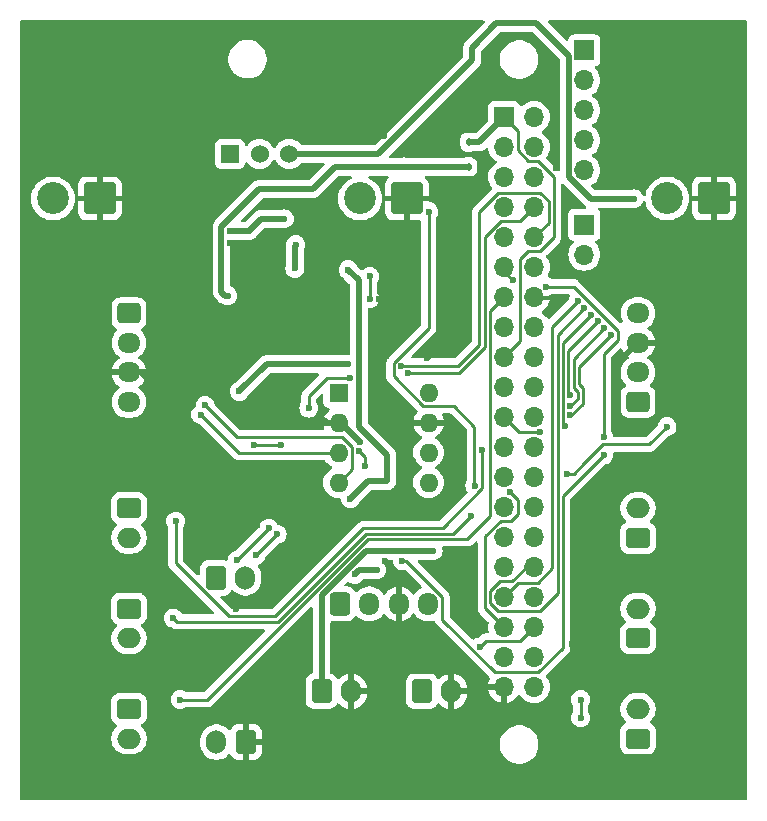
<source format=gbr>
%TF.GenerationSoftware,KiCad,Pcbnew,8.0.4-8.0.4-0~ubuntu22.04.1*%
%TF.CreationDate,2024-09-03T10:52:32+09:00*%
%TF.ProjectId,control_board,636f6e74-726f-46c5-9f62-6f6172642e6b,rev?*%
%TF.SameCoordinates,Original*%
%TF.FileFunction,Copper,L2,Bot*%
%TF.FilePolarity,Positive*%
%FSLAX46Y46*%
G04 Gerber Fmt 4.6, Leading zero omitted, Abs format (unit mm)*
G04 Created by KiCad (PCBNEW 8.0.4-8.0.4-0~ubuntu22.04.1) date 2024-09-03 10:52:32*
%MOMM*%
%LPD*%
G01*
G04 APERTURE LIST*
G04 Aperture macros list*
%AMRoundRect*
0 Rectangle with rounded corners*
0 $1 Rounding radius*
0 $2 $3 $4 $5 $6 $7 $8 $9 X,Y pos of 4 corners*
0 Add a 4 corners polygon primitive as box body*
4,1,4,$2,$3,$4,$5,$6,$7,$8,$9,$2,$3,0*
0 Add four circle primitives for the rounded corners*
1,1,$1+$1,$2,$3*
1,1,$1+$1,$4,$5*
1,1,$1+$1,$6,$7*
1,1,$1+$1,$8,$9*
0 Add four rect primitives between the rounded corners*
20,1,$1+$1,$2,$3,$4,$5,0*
20,1,$1+$1,$4,$5,$6,$7,0*
20,1,$1+$1,$6,$7,$8,$9,0*
20,1,$1+$1,$8,$9,$2,$3,0*%
G04 Aperture macros list end*
%TA.AperFunction,ComponentPad*%
%ADD10RoundRect,0.250000X0.750000X-0.600000X0.750000X0.600000X-0.750000X0.600000X-0.750000X-0.600000X0*%
%TD*%
%TA.AperFunction,ComponentPad*%
%ADD11O,2.000000X1.700000*%
%TD*%
%TA.AperFunction,ComponentPad*%
%ADD12RoundRect,0.250000X-0.600000X-0.725000X0.600000X-0.725000X0.600000X0.725000X-0.600000X0.725000X0*%
%TD*%
%TA.AperFunction,ComponentPad*%
%ADD13O,1.700000X1.950000*%
%TD*%
%TA.AperFunction,ComponentPad*%
%ADD14RoundRect,0.250001X1.099999X1.099999X-1.099999X1.099999X-1.099999X-1.099999X1.099999X-1.099999X0*%
%TD*%
%TA.AperFunction,ComponentPad*%
%ADD15C,2.700000*%
%TD*%
%TA.AperFunction,ComponentPad*%
%ADD16R,1.700000X1.700000*%
%TD*%
%TA.AperFunction,ComponentPad*%
%ADD17O,1.700000X1.700000*%
%TD*%
%TA.AperFunction,ComponentPad*%
%ADD18RoundRect,0.250000X-0.750000X0.600000X-0.750000X-0.600000X0.750000X-0.600000X0.750000X0.600000X0*%
%TD*%
%TA.AperFunction,ComponentPad*%
%ADD19R,1.600000X1.600000*%
%TD*%
%TA.AperFunction,ComponentPad*%
%ADD20O,1.600000X1.600000*%
%TD*%
%TA.AperFunction,ComponentPad*%
%ADD21RoundRect,0.250000X0.725000X-0.600000X0.725000X0.600000X-0.725000X0.600000X-0.725000X-0.600000X0*%
%TD*%
%TA.AperFunction,ComponentPad*%
%ADD22O,1.950000X1.700000*%
%TD*%
%TA.AperFunction,ComponentPad*%
%ADD23R,1.524000X1.524000*%
%TD*%
%TA.AperFunction,ComponentPad*%
%ADD24C,1.524000*%
%TD*%
%TA.AperFunction,ComponentPad*%
%ADD25RoundRect,0.250000X-0.600000X-0.750000X0.600000X-0.750000X0.600000X0.750000X-0.600000X0.750000X0*%
%TD*%
%TA.AperFunction,ComponentPad*%
%ADD26O,1.700000X2.000000*%
%TD*%
%TA.AperFunction,ComponentPad*%
%ADD27RoundRect,0.250000X0.600000X0.750000X-0.600000X0.750000X-0.600000X-0.750000X0.600000X-0.750000X0*%
%TD*%
%TA.AperFunction,ComponentPad*%
%ADD28RoundRect,0.250000X-0.725000X0.600000X-0.725000X-0.600000X0.725000X-0.600000X0.725000X0.600000X0*%
%TD*%
%TA.AperFunction,SMDPad,CuDef*%
%ADD29RoundRect,0.112500X0.112500X-0.187500X0.112500X0.187500X-0.112500X0.187500X-0.112500X-0.187500X0*%
%TD*%
%TA.AperFunction,ViaPad*%
%ADD30C,0.600000*%
%TD*%
%TA.AperFunction,Conductor*%
%ADD31C,0.500000*%
%TD*%
%TA.AperFunction,Conductor*%
%ADD32C,0.250000*%
%TD*%
G04 APERTURE END LIST*
D10*
%TO.P,J2,1,Pin_1*%
%TO.N,/Press1*%
X171550000Y-111500000D03*
D11*
%TO.P,J2,2,Pin_2*%
%TO.N,+3.3V*%
X171550000Y-109000000D03*
%TD*%
D12*
%TO.P,J10,1,Pin_1*%
%TO.N,/SCL*%
X146300000Y-117100000D03*
D13*
%TO.P,J10,2,Pin_2*%
%TO.N,/SDA*%
X148800000Y-117100000D03*
%TO.P,J10,3,Pin_3*%
%TO.N,GND*%
X151300000Y-117100000D03*
%TO.P,J10,4,Pin_4*%
%TO.N,+3.3V*%
X153800000Y-117100000D03*
%TD*%
D10*
%TO.P,J3,1,Pin_1*%
%TO.N,/Press2*%
X171550000Y-120000000D03*
D11*
%TO.P,J3,2,Pin_2*%
%TO.N,+3.3V*%
X171550000Y-117500000D03*
%TD*%
D14*
%TO.P,J15,1,Pin_1*%
%TO.N,GND*%
X125980000Y-82775000D03*
D15*
%TO.P,J15,2,Pin_2*%
%TO.N,VDD*%
X122020000Y-82775000D03*
%TD*%
D16*
%TO.P,J18,1,Pin_1*%
%TO.N,/7*%
X167000000Y-70240000D03*
D17*
%TO.P,J18,2,Pin_2*%
%TO.N,/8*%
X167000000Y-72780000D03*
%TO.P,J18,3,Pin_3*%
%TO.N,/9*%
X167000000Y-75320000D03*
%TO.P,J18,4,Pin_4*%
%TO.N,/10*%
X167000000Y-77860000D03*
%TO.P,J18,5,Pin_5*%
%TO.N,/11*%
X167000000Y-80400000D03*
%TD*%
D10*
%TO.P,J4,1,Pin_1*%
%TO.N,/Press3*%
X171550000Y-128500000D03*
D11*
%TO.P,J4,2,Pin_2*%
%TO.N,+3.3V*%
X171550000Y-126000000D03*
%TD*%
D18*
%TO.P,J6,1,Pin_1*%
%TO.N,/Press5*%
X128450000Y-117500000D03*
D11*
%TO.P,J6,2,Pin_2*%
%TO.N,+3.3V*%
X128450000Y-120000000D03*
%TD*%
D19*
%TO.P,J20,1,VIN*%
%TO.N,+3.3V*%
X146200000Y-99210000D03*
D20*
%TO.P,J20,2,GND*%
%TO.N,GND*%
X146200000Y-101750000D03*
%TO.P,J20,3,SDA/T*%
%TO.N,/SDA*%
X146200000Y-104290000D03*
%TO.P,J20,4,SCL/R*%
%TO.N,/SCL*%
X146200000Y-106830000D03*
%TO.P,J20,5,RESET*%
%TO.N,/BNO055_reset*%
X153820000Y-106830000D03*
%TO.P,J20,6,INT*%
%TO.N,unconnected-(J20-INT-Pad6)*%
X153820000Y-104290000D03*
%TO.P,J20,7,GND*%
%TO.N,GND*%
X153820000Y-101750000D03*
%TO.P,J20,8,VOUT*%
%TO.N,unconnected-(J20-VOUT-Pad8)*%
X153820000Y-99210000D03*
%TD*%
D21*
%TO.P,J8,1,Pin_1*%
%TO.N,/SCL*%
X171550000Y-100000000D03*
D22*
%TO.P,J8,2,Pin_2*%
%TO.N,/SDA*%
X171550000Y-97500000D03*
%TO.P,J8,3,Pin_3*%
%TO.N,GND*%
X171550000Y-95000000D03*
%TO.P,J8,4,Pin_4*%
%TO.N,+3.3V*%
X171550000Y-92500000D03*
%TD*%
D14*
%TO.P,J14,1,Pin_1*%
%TO.N,GND*%
X177980000Y-82775000D03*
D15*
%TO.P,J14,2,Pin_2*%
%TO.N,VDD*%
X174020000Y-82775000D03*
%TD*%
D23*
%TO.P,SW1,1,A*%
%TO.N,unconnected-(SW1-A-Pad1)*%
X137000000Y-79000000D03*
D24*
%TO.P,SW1,2,B*%
%TO.N,Net-(J13-Pin_2)*%
X139500000Y-79000000D03*
%TO.P,SW1,3,C*%
%TO.N,VDD*%
X142000000Y-79000000D03*
%TD*%
D25*
%TO.P,J16,1,Pin_1*%
%TO.N,/RX*%
X135800000Y-114900000D03*
D26*
%TO.P,J16,2,Pin_2*%
%TO.N,/TX*%
X138300000Y-114900000D03*
%TD*%
D27*
%TO.P,J19,1,Pin_1*%
%TO.N,GND*%
X138350000Y-128800000D03*
D26*
%TO.P,J19,2,Pin_2*%
%TO.N,+3.3V*%
X135850000Y-128800000D03*
%TD*%
D18*
%TO.P,J7,1,Pin_1*%
%TO.N,/Press6*%
X128450000Y-126000000D03*
D11*
%TO.P,J7,2,Pin_2*%
%TO.N,+3.3V*%
X128450000Y-128500000D03*
%TD*%
D25*
%TO.P,J11,1,Pin_1*%
%TO.N,Net-(J11-Pin_1)*%
X144750000Y-124500000D03*
D26*
%TO.P,J11,2,Pin_2*%
%TO.N,GND*%
X147250000Y-124500000D03*
%TD*%
D25*
%TO.P,J12,1,Pin_1*%
%TO.N,/limit_switch*%
X153250000Y-124500000D03*
D26*
%TO.P,J12,2,Pin_2*%
%TO.N,GND*%
X155750000Y-124500000D03*
%TD*%
D16*
%TO.P,J17,1,Pin_1*%
%TO.N,/12*%
X167000000Y-84990000D03*
D17*
%TO.P,J17,2,Pin_2*%
%TO.N,/13*%
X167000000Y-87530000D03*
%TD*%
D14*
%TO.P,J13,1,Pin_1*%
%TO.N,GND*%
X151980000Y-82775000D03*
D15*
%TO.P,J13,2,Pin_2*%
%TO.N,Net-(J13-Pin_2)*%
X148020000Y-82775000D03*
%TD*%
D28*
%TO.P,J9,1,Pin_1*%
%TO.N,/SCL*%
X128450000Y-92500000D03*
D22*
%TO.P,J9,2,Pin_2*%
%TO.N,/SDA*%
X128450000Y-95000000D03*
%TO.P,J9,3,Pin_3*%
%TO.N,GND*%
X128450000Y-97500000D03*
%TO.P,J9,4,Pin_4*%
%TO.N,+3.3V*%
X128450000Y-100000000D03*
%TD*%
D18*
%TO.P,J5,1,Pin_1*%
%TO.N,/Press4*%
X128450000Y-109000000D03*
D11*
%TO.P,J5,2,Pin_2*%
%TO.N,+3.3V*%
X128450000Y-111500000D03*
%TD*%
D16*
%TO.P,J1,1,3V3*%
%TO.N,Net-(D5-A)*%
X160217500Y-75870000D03*
D17*
%TO.P,J1,2,5V*%
%TO.N,+5V*%
X162757500Y-75870000D03*
%TO.P,J1,3,SDA/GPIO2*%
%TO.N,/SDA*%
X160217500Y-78410000D03*
%TO.P,J1,4,5V*%
%TO.N,+5V*%
X162757500Y-78410000D03*
%TO.P,J1,5,SCL/GPIO3*%
%TO.N,/SCL*%
X160217500Y-80950000D03*
%TO.P,J1,6,GND*%
%TO.N,GND*%
X162757500Y-80950000D03*
%TO.P,J1,7,GCLK0/GPIO4*%
%TO.N,unconnected-(J1-GCLK0{slash}GPIO4-Pad7)*%
X160217500Y-83490000D03*
%TO.P,J1,8,GPIO14/TXD*%
%TO.N,/TX*%
X162757500Y-83490000D03*
%TO.P,J1,9,GND*%
%TO.N,GND*%
X160217500Y-86030000D03*
%TO.P,J1,10,GPIO15/RXD*%
%TO.N,/RX*%
X162757500Y-86030000D03*
%TO.P,J1,11,GPIO17*%
%TO.N,/motor_control*%
X160217500Y-88570000D03*
%TO.P,J1,12,GPIO18/PWM0*%
%TO.N,unconnected-(J1-GPIO18{slash}PWM0-Pad12)*%
X162757500Y-88570000D03*
%TO.P,J1,13,GPIO27*%
%TO.N,/Press6*%
X160217500Y-91110000D03*
%TO.P,J1,14,GND*%
%TO.N,GND*%
X162757500Y-91110000D03*
%TO.P,J1,15,GPIO22*%
%TO.N,/Press1*%
X160217500Y-93650000D03*
%TO.P,J1,16,GPIO23*%
%TO.N,/Press2*%
X162757500Y-93650000D03*
%TO.P,J1,17,3V3*%
%TO.N,Net-(D5-A)*%
X160217500Y-96190000D03*
%TO.P,J1,18,GPIO24*%
%TO.N,/Press3*%
X162757500Y-96190000D03*
%TO.P,J1,19,MOSI0/GPIO10*%
%TO.N,/10*%
X160217500Y-98730000D03*
%TO.P,J1,20,GND*%
%TO.N,GND*%
X162757500Y-98730000D03*
%TO.P,J1,21,MISO0/GPIO9*%
%TO.N,/9*%
X160217500Y-101270000D03*
%TO.P,J1,22,GPIO25*%
%TO.N,/Press4*%
X162757500Y-101270000D03*
%TO.P,J1,23,SCLK0/GPIO11*%
%TO.N,/11*%
X160217500Y-103810000D03*
%TO.P,J1,24,~{CE0}/GPIO8*%
%TO.N,/8*%
X162757500Y-103810000D03*
%TO.P,J1,25,GND*%
%TO.N,GND*%
X160217500Y-106350000D03*
%TO.P,J1,26,~{CE1}/GPIO7*%
%TO.N,/7*%
X162757500Y-106350000D03*
%TO.P,J1,27,ID_SD/GPIO0*%
%TO.N,unconnected-(J1-ID_SD{slash}GPIO0-Pad27)*%
X160217500Y-108890000D03*
%TO.P,J1,28,ID_SC/GPIO1*%
%TO.N,unconnected-(J1-ID_SC{slash}GPIO1-Pad28)*%
X162757500Y-108890000D03*
%TO.P,J1,29,GCLK1/GPIO5*%
%TO.N,unconnected-(J1-GCLK1{slash}GPIO5-Pad29)*%
X160217500Y-111430000D03*
%TO.P,J1,30,GND*%
%TO.N,GND*%
X162757500Y-111430000D03*
%TO.P,J1,31,GCLK2/GPIO6*%
%TO.N,unconnected-(J1-GCLK2{slash}GPIO6-Pad31)*%
X160217500Y-113970000D03*
%TO.P,J1,32,PWM0/GPIO12*%
%TO.N,/12*%
X162757500Y-113970000D03*
%TO.P,J1,33,PWM1/GPIO13*%
%TO.N,/13*%
X160217500Y-116510000D03*
%TO.P,J1,34,GND*%
%TO.N,GND*%
X162757500Y-116510000D03*
%TO.P,J1,35,GPIO19/MISO1*%
%TO.N,/BNO055_reset*%
X160217500Y-119050000D03*
%TO.P,J1,36,GPIO16*%
%TO.N,/limit_switch*%
X162757500Y-119050000D03*
%TO.P,J1,37,GPIO26*%
%TO.N,/Press5*%
X160217500Y-121590000D03*
%TO.P,J1,38,GPIO20/MOSI1*%
%TO.N,Net-(J1-GPIO20{slash}MOSI1)*%
X162757500Y-121590000D03*
%TO.P,J1,39,GND*%
%TO.N,GND*%
X160217500Y-124130000D03*
%TO.P,J1,40,GPIO21/SCLK1*%
%TO.N,unconnected-(J1-GPIO21{slash}SCLK1-Pad40)*%
X162757500Y-124130000D03*
%TD*%
D29*
%TO.P,D5,1,K*%
%TO.N,+3.3V*%
X157200000Y-80100000D03*
%TO.P,D5,2,A*%
%TO.N,Net-(D5-A)*%
X157200000Y-78000000D03*
%TD*%
D30*
%TO.N,GND*%
X155500000Y-91500000D03*
%TO.N,+5V*%
X137800000Y-99100000D03*
X147000000Y-96800000D03*
%TO.N,GND*%
X134900000Y-122000000D03*
X129700000Y-101900000D03*
X130000000Y-87500000D03*
X175000000Y-75000000D03*
X153700000Y-96296429D03*
X137025000Y-86552368D03*
X177500000Y-115000000D03*
X144600000Y-101450000D03*
X127500000Y-132500000D03*
X152500000Y-130000000D03*
X177500000Y-127500000D03*
X169700000Y-114700000D03*
X137500000Y-117500000D03*
X148007314Y-103398170D03*
X168300000Y-114700000D03*
X177500000Y-75000000D03*
X130000000Y-75000000D03*
X171000000Y-106000000D03*
X164450000Y-87800000D03*
X147500000Y-85000000D03*
X142500000Y-70000000D03*
X143250000Y-111850000D03*
X122500000Y-75000000D03*
X150000000Y-72500000D03*
X164500000Y-89000000D03*
X150000000Y-77500000D03*
X157000000Y-113000000D03*
X177500000Y-130000000D03*
X155000000Y-115000000D03*
X132500000Y-85000000D03*
X122500000Y-100000000D03*
X177500000Y-72500000D03*
X157000000Y-116000000D03*
X177500000Y-122500000D03*
X150000000Y-102000000D03*
X165000000Y-122500000D03*
X135000000Y-112500000D03*
X122500000Y-92500000D03*
X166000000Y-120500000D03*
X122500000Y-97500000D03*
X164700000Y-78550000D03*
X150100000Y-113450000D03*
X138550000Y-88600000D03*
X122500000Y-132500000D03*
X175000000Y-80000000D03*
X156000000Y-103000000D03*
X129800000Y-124100000D03*
X137350000Y-89900000D03*
X142700000Y-108600000D03*
X147500000Y-120000000D03*
X155000000Y-109000000D03*
X155000000Y-130000000D03*
X171000000Y-102000000D03*
X130000000Y-70000000D03*
X132500000Y-70000000D03*
X152500000Y-107500000D03*
X169800000Y-123400000D03*
X132500000Y-90000000D03*
X125000000Y-87500000D03*
X168400000Y-123400000D03*
X145000000Y-130000000D03*
X175000000Y-72500000D03*
X122500000Y-127500000D03*
X164583058Y-80210000D03*
X122500000Y-87500000D03*
X143700000Y-93000000D03*
X125000000Y-72500000D03*
X152500000Y-105000000D03*
X177500000Y-95000000D03*
X147500000Y-77500000D03*
X122500000Y-110000000D03*
X122500000Y-72500000D03*
X177500000Y-87500000D03*
X145000000Y-130000000D03*
X129800000Y-105600000D03*
X140100000Y-122200000D03*
X177500000Y-90000000D03*
X125000000Y-75000000D03*
X130000000Y-115600000D03*
X164500000Y-91500000D03*
X122500000Y-120000000D03*
X177500000Y-102500000D03*
X149624832Y-91266388D03*
X165000000Y-125000000D03*
X144775000Y-112025000D03*
X130000000Y-82500000D03*
X130500000Y-98500000D03*
X177500000Y-110000000D03*
%TO.N,/SCL*%
X134900000Y-100300000D03*
%TO.N,+3.3V*%
X136800000Y-91000000D03*
X139000000Y-103625000D03*
X141293883Y-103665000D03*
X151700000Y-80100000D03*
%TO.N,/SDA*%
X134525000Y-101075000D03*
X148456942Y-105456942D03*
X147950000Y-104196117D03*
%TO.N,Net-(C10-Pad2)*%
X142500000Y-88700000D03*
X142569159Y-86687500D03*
%TO.N,VDD*%
X147000000Y-88800000D03*
X171200000Y-82800000D03*
X147200000Y-108200000D03*
%TO.N,Net-(R11-Pad2)*%
X141600000Y-84500000D03*
X137025000Y-85500000D03*
X138600000Y-85500000D03*
%TO.N,/Press3*%
X166700000Y-126750000D03*
X166700000Y-125200000D03*
%TO.N,Net-(U2-PG)*%
X148825000Y-91250000D03*
X148845000Y-89375000D03*
%TO.N,/Press4*%
X132400000Y-110100000D03*
X158375000Y-104100000D03*
%TO.N,/Press5*%
X157382119Y-109628500D03*
X132200000Y-118300000D03*
%TO.N,/Press6*%
X132800000Y-125200000D03*
%TO.N,/motor_control*%
X151600000Y-113450000D03*
X168625000Y-104500000D03*
X163781347Y-90230089D03*
X160957500Y-89700000D03*
X168626019Y-102975000D03*
%TO.N,/limit_switch*%
X158167500Y-120739081D03*
%TO.N,/RX*%
X147150000Y-97933029D03*
X140295331Y-110704669D03*
X137600000Y-113400000D03*
X143679411Y-100524205D03*
X151487261Y-96987563D03*
%TO.N,/TX*%
X141000000Y-111200000D03*
X152059688Y-97546429D03*
X139200000Y-113000000D03*
%TO.N,Net-(J1-GPIO20{slash}MOSI1)*%
X157733058Y-107083058D03*
X153830000Y-83900132D03*
%TO.N,Net-(D3-A)*%
X147550000Y-114588781D03*
X149425000Y-114200000D03*
%TO.N,Net-(J11-Pin_1)*%
X154200000Y-112600000D03*
%TO.N,/BNO055_reset*%
X160750553Y-107649693D03*
%TO.N,/7*%
X174000000Y-102100000D03*
X165500000Y-106100000D03*
%TO.N,/9*%
X165825000Y-100334981D03*
X168686539Y-93752655D03*
X163274124Y-102517240D03*
%TO.N,/10*%
X165825000Y-99400000D03*
X168120852Y-93186968D03*
%TO.N,/13*%
X166450000Y-91464860D03*
%TO.N,/12*%
X166989478Y-92055594D03*
%TO.N,/8*%
X169252226Y-94318342D03*
X165825000Y-101134984D03*
%TO.N,/11*%
X165375000Y-102000000D03*
X167555165Y-92621281D03*
%TD*%
D31*
%TO.N,+5V*%
X140100000Y-96800000D02*
X147000000Y-96800000D01*
X137800000Y-99100000D02*
X140100000Y-96800000D01*
%TO.N,GND*%
X153703571Y-96296429D02*
X155000000Y-95000000D01*
X146359144Y-101750000D02*
X148007314Y-103398170D01*
D32*
X149624832Y-91334052D02*
X149990780Y-91700000D01*
D31*
X150100000Y-113450000D02*
X151300000Y-114650000D01*
X129500000Y-97500000D02*
X130500000Y-98500000D01*
X146200000Y-101750000D02*
X146359144Y-101750000D01*
X128450000Y-97500000D02*
X129500000Y-97500000D01*
D32*
X137027368Y-86550000D02*
X138100000Y-86550000D01*
D31*
X153700000Y-96296429D02*
X153703571Y-96296429D01*
D32*
X149990780Y-91700000D02*
X150600000Y-91700000D01*
D31*
X171500000Y-95000000D02*
X170000000Y-96500000D01*
X164583058Y-80210000D02*
X164583058Y-78666942D01*
X145250000Y-101750000D02*
X145000000Y-101500000D01*
D32*
X149624832Y-91266388D02*
X149624832Y-91334052D01*
X137025000Y-86552368D02*
X137027368Y-86550000D01*
D31*
X164583058Y-78666942D02*
X164700000Y-78550000D01*
X151300000Y-114650000D02*
X151300000Y-117100000D01*
D32*
%TO.N,/SCL*%
X137600000Y-103000000D02*
X134900000Y-100300000D01*
X147325000Y-105705000D02*
X147325000Y-103824009D01*
X146500991Y-103000000D02*
X137600000Y-103000000D01*
X147325000Y-103824009D02*
X146500991Y-103000000D01*
X146200000Y-106830000D02*
X147325000Y-105705000D01*
%TO.N,+3.3V*%
X141293883Y-103665000D02*
X139040000Y-103665000D01*
D31*
X145900000Y-80100000D02*
X151700000Y-80100000D01*
X136600000Y-91000000D02*
X136275000Y-90675000D01*
X139464339Y-82000000D02*
X144000000Y-82000000D01*
D32*
X139040000Y-103665000D02*
X139000000Y-103625000D01*
D31*
X136275000Y-85189339D02*
X139464339Y-82000000D01*
X136800000Y-91000000D02*
X136600000Y-91000000D01*
X136275000Y-90675000D02*
X136275000Y-85189339D01*
X157200000Y-80100000D02*
X151700000Y-80100000D01*
X144000000Y-82000000D02*
X145900000Y-80100000D01*
D32*
%TO.N,/SDA*%
X137740000Y-104290000D02*
X134525000Y-101075000D01*
X148456942Y-105456942D02*
X148456942Y-104703059D01*
X148456942Y-104703059D02*
X147950000Y-104196117D01*
X146200000Y-104290000D02*
X137740000Y-104290000D01*
D31*
%TO.N,Net-(C10-Pad2)*%
X142500000Y-88700000D02*
X142500000Y-86756659D01*
X142500000Y-86756659D02*
X142569159Y-86687500D01*
%TO.N,VDD*%
X157500000Y-70000000D02*
X157500000Y-71060661D01*
X150300000Y-104500000D02*
X150300000Y-106700000D01*
X165700000Y-80938478D02*
X165700000Y-70700000D01*
X165700000Y-70700000D02*
X162950000Y-67950000D01*
X171200000Y-82800000D02*
X167561522Y-82800000D01*
X150300000Y-106700000D02*
X148700000Y-106700000D01*
X147900000Y-102100000D02*
X150300000Y-104500000D01*
X157500000Y-71060661D02*
X149560661Y-79000000D01*
X148700000Y-106700000D02*
X147200000Y-108200000D01*
X159550000Y-67950000D02*
X157500000Y-70000000D01*
X149560661Y-79000000D02*
X142000000Y-79000000D01*
X147000000Y-88800000D02*
X147900000Y-89700000D01*
X162950000Y-67950000D02*
X159550000Y-67950000D01*
X167561522Y-82800000D02*
X165700000Y-80938478D01*
X147900000Y-89700000D02*
X147900000Y-102100000D01*
%TO.N,Net-(R11-Pad2)*%
X139600000Y-84500000D02*
X138600000Y-85500000D01*
X137025000Y-85500000D02*
X138600000Y-85500000D01*
X141600000Y-84500000D02*
X139600000Y-84500000D01*
D32*
%TO.N,/Press3*%
X166700000Y-126750000D02*
X166700000Y-125200000D01*
%TO.N,Net-(U2-PG)*%
X148825000Y-91250000D02*
X148825000Y-89395000D01*
X148825000Y-89395000D02*
X148845000Y-89375000D01*
%TO.N,/Press4*%
X132400000Y-113670100D02*
X136879900Y-118150000D01*
X140842158Y-118150000D02*
X140996079Y-117996079D01*
X136879900Y-118150000D02*
X140842158Y-118150000D01*
X158375000Y-107325000D02*
X158375000Y-104100000D01*
X132400000Y-110100000D02*
X132400000Y-113670100D01*
X155000000Y-110700000D02*
X158375000Y-107325000D01*
X148292158Y-110700000D02*
X155000000Y-110700000D01*
X140996079Y-117996079D02*
X148292158Y-110700000D01*
%TO.N,/Press5*%
X141964277Y-117664277D02*
X148478554Y-111150000D01*
X148478554Y-111150000D02*
X155860619Y-111150000D01*
X132500000Y-118600000D02*
X141028554Y-118600000D01*
X132200000Y-118300000D02*
X132500000Y-118600000D01*
X155860619Y-111150000D02*
X157382119Y-109628500D01*
X141028554Y-118600000D02*
X141964277Y-117664277D01*
%TO.N,/Press6*%
X132800000Y-125200000D02*
X135064950Y-125200000D01*
X159000000Y-109700000D02*
X159000000Y-92327500D01*
X159000000Y-92327500D02*
X160217500Y-91110000D01*
X148664950Y-111600000D02*
X157100000Y-111600000D01*
X157100000Y-111600000D02*
X159000000Y-109700000D01*
X135064950Y-125200000D02*
X148664950Y-111600000D01*
%TO.N,/motor_control*%
X168625000Y-104500000D02*
X165200000Y-107925000D01*
X169877226Y-94722774D02*
X168626019Y-95973981D01*
X165200000Y-120809201D02*
X163109201Y-122900000D01*
X151936701Y-113450000D02*
X151600000Y-113450000D01*
X168626019Y-95973981D02*
X168626019Y-102975000D01*
X160217500Y-88960000D02*
X160957500Y-89700000D01*
X154975000Y-118430465D02*
X154975000Y-116488299D01*
X169877226Y-94577226D02*
X169877226Y-94722774D01*
X163109201Y-122900000D02*
X159444535Y-122900000D01*
X163781347Y-90230089D02*
X166099113Y-90230089D01*
X165200000Y-115300000D02*
X165200000Y-120809201D01*
X169877226Y-94008202D02*
X169877226Y-94577226D01*
X159444535Y-122900000D02*
X154975000Y-118430465D01*
X166099113Y-90230089D02*
X169877226Y-94008202D01*
X165200000Y-107925000D02*
X165200000Y-115300000D01*
X154975000Y-116488299D02*
X151936701Y-113450000D01*
X160217500Y-88570000D02*
X160217500Y-88960000D01*
%TO.N,/limit_switch*%
X158681581Y-120225000D02*
X161582500Y-120225000D01*
X158167500Y-120739081D02*
X158681581Y-120225000D01*
X161582500Y-120225000D02*
X162757500Y-119050000D01*
%TO.N,/RX*%
X151553395Y-96921429D02*
X156342175Y-96921429D01*
X158100000Y-95163604D02*
X158100000Y-83945799D01*
X140295331Y-110704669D02*
X137600000Y-113400000D01*
X163971393Y-84816107D02*
X162757500Y-86030000D01*
X158100000Y-83945799D02*
X159730799Y-82315000D01*
X143679411Y-100524205D02*
X143679411Y-99480589D01*
X143679411Y-99480589D02*
X145226971Y-97933029D01*
X163971393Y-83016572D02*
X163971393Y-84816107D01*
X156342175Y-96921429D02*
X158100000Y-95163604D01*
X159730799Y-82315000D02*
X163269821Y-82315000D01*
X163269821Y-82315000D02*
X163971393Y-83016572D01*
X151487261Y-96987563D02*
X151553395Y-96921429D01*
X145226971Y-97933029D02*
X147150000Y-97933029D01*
%TO.N,/TX*%
X152059688Y-97546429D02*
X156353571Y-97546429D01*
X156353571Y-97546429D02*
X158550000Y-95350000D01*
X159920799Y-84665000D02*
X161582500Y-84665000D01*
X158550000Y-86035799D02*
X159920799Y-84665000D01*
X161582500Y-84665000D02*
X162757500Y-83490000D01*
X158550000Y-95350000D02*
X158550000Y-86035799D01*
X141000000Y-111200000D02*
X139200000Y-113000000D01*
%TO.N,Net-(J1-GPIO20{slash}MOSI1)*%
X153354009Y-100335000D02*
X155935000Y-100335000D01*
X157700000Y-102100000D02*
X157700000Y-107050000D01*
X153830000Y-93760940D02*
X150862261Y-96728679D01*
X150862261Y-97843252D02*
X153354009Y-100335000D01*
X155935000Y-100335000D02*
X157700000Y-102100000D01*
X157700000Y-107050000D02*
X157733058Y-107083058D01*
X150862261Y-96728679D02*
X150862261Y-97843252D01*
X153830000Y-83900132D02*
X153830000Y-93760940D01*
D31*
%TO.N,Net-(D3-A)*%
X149425000Y-114200000D02*
X147938781Y-114200000D01*
X147938781Y-114200000D02*
X147550000Y-114588781D01*
%TO.N,Net-(J11-Pin_1)*%
X144750000Y-116328122D02*
X148478122Y-112600000D01*
X148478122Y-112600000D02*
X154200000Y-112600000D01*
X144750000Y-124500000D02*
X144750000Y-116328122D01*
D32*
%TO.N,/BNO055_reset*%
X161392500Y-109478864D02*
X161392500Y-108291640D01*
X160806364Y-110065000D02*
X161392500Y-109478864D01*
X161392500Y-108291640D02*
X160750553Y-107649693D01*
X160217500Y-119050000D02*
X158592500Y-117425000D01*
X158592500Y-117425000D02*
X158592500Y-111393299D01*
X159920799Y-110065000D02*
X160806364Y-110065000D01*
X158592500Y-111393299D02*
X159920799Y-110065000D01*
%TO.N,/7*%
X166100000Y-106100000D02*
X165500000Y-106100000D01*
X168600000Y-103600000D02*
X167000000Y-105200000D01*
X167000000Y-105200000D02*
X166100000Y-106100000D01*
X172100000Y-103600000D02*
X168600000Y-103600000D01*
X174000000Y-102100000D02*
X172500000Y-103600000D01*
X172500000Y-103600000D02*
X172100000Y-103600000D01*
%TO.N,/9*%
X166100000Y-98791116D02*
X166450000Y-99141116D01*
X161464740Y-102517240D02*
X160217500Y-101270000D01*
X166100000Y-96339194D02*
X166100000Y-98791116D01*
X166450000Y-99141116D02*
X166450000Y-99709981D01*
X166450000Y-99709981D02*
X165825000Y-100334981D01*
X163274124Y-102517240D02*
X161464740Y-102517240D01*
X168686539Y-93752655D02*
X166100000Y-96339194D01*
%TO.N,/10*%
X165650000Y-99225000D02*
X165825000Y-99400000D01*
X168120852Y-93186968D02*
X165650000Y-95657820D01*
X165650000Y-95657820D02*
X165650000Y-99225000D01*
%TO.N,/13*%
X164300000Y-93614860D02*
X164300000Y-114089201D01*
X164300000Y-114089201D02*
X163054201Y-115335000D01*
X163054201Y-115335000D02*
X161392500Y-115335000D01*
X161392500Y-115335000D02*
X160217500Y-116510000D01*
X166450000Y-91464860D02*
X164300000Y-93614860D01*
%TO.N,/12*%
X159870247Y-115195552D02*
X160895552Y-115195552D01*
X163244201Y-117685000D02*
X159730799Y-117685000D01*
X159730799Y-117685000D02*
X159042500Y-116996701D01*
X164750000Y-94295072D02*
X164750000Y-116179201D01*
X164750000Y-116179201D02*
X163244201Y-117685000D01*
X162121104Y-113970000D02*
X162757500Y-113970000D01*
X159042500Y-116996701D02*
X159042500Y-116023299D01*
X166989478Y-92055594D02*
X164750000Y-94295072D01*
X159042500Y-116023299D02*
X159870247Y-115195552D01*
X160895552Y-115195552D02*
X162121104Y-113970000D01*
%TO.N,/8*%
X169252226Y-94318342D02*
X166550000Y-97020568D01*
X166900000Y-100143865D02*
X165908881Y-101134984D01*
X166550000Y-97020568D02*
X166550000Y-98450000D01*
X165908881Y-101134984D02*
X165825000Y-101134984D01*
X166550000Y-98450000D02*
X166900000Y-98800000D01*
X166900000Y-98800000D02*
X166900000Y-100143865D01*
%TO.N,/11*%
X167555165Y-92621281D02*
X165200000Y-94976446D01*
X165200000Y-94976446D02*
X165200000Y-101825000D01*
X165200000Y-101825000D02*
X165375000Y-102000000D01*
%TO.N,Net-(D5-A)*%
X161392500Y-77045000D02*
X160217500Y-75870000D01*
X164421393Y-80952192D02*
X163054201Y-79585000D01*
X163054201Y-79585000D02*
X162270799Y-79585000D01*
X161392500Y-78706701D02*
X161392500Y-77045000D01*
X163244201Y-87205000D02*
X164421393Y-86027808D01*
D31*
X157200000Y-78000000D02*
X158087500Y-78000000D01*
D32*
X162270799Y-87205000D02*
X163244201Y-87205000D01*
X161582500Y-94825000D02*
X161582500Y-87893299D01*
X161582500Y-87893299D02*
X162270799Y-87205000D01*
D31*
X158087500Y-78000000D02*
X160217500Y-75870000D01*
D32*
X164421393Y-86027808D02*
X164421393Y-80952192D01*
X160217500Y-96190000D02*
X161582500Y-94825000D01*
X162270799Y-79585000D02*
X161392500Y-78706701D01*
%TD*%
%TA.AperFunction,Conductor*%
%TO.N,GND*%
G36*
X147306938Y-102584122D02*
G01*
X147351236Y-102612604D01*
X147928967Y-103190335D01*
X147962452Y-103251658D01*
X147957468Y-103321350D01*
X147915596Y-103377283D01*
X147855192Y-103401234D01*
X147853100Y-103401469D01*
X147784278Y-103389428D01*
X147751517Y-103365935D01*
X147174709Y-102789128D01*
X147141225Y-102727806D01*
X147146209Y-102658114D01*
X147174747Y-102613729D01*
X147175911Y-102612566D01*
X147237249Y-102579107D01*
X147306938Y-102584122D01*
G37*
%TD.AperFunction*%
%TA.AperFunction,Conductor*%
G36*
X158505809Y-67720185D02*
G01*
X158551564Y-67772989D01*
X158561508Y-67842147D01*
X158532483Y-67905703D01*
X158526451Y-67912181D01*
X156917052Y-69521578D01*
X156917049Y-69521581D01*
X156871502Y-69589747D01*
X156871503Y-69589748D01*
X156834914Y-69644508D01*
X156778343Y-69781082D01*
X156778340Y-69781092D01*
X156749500Y-69926079D01*
X156749500Y-70698431D01*
X156729815Y-70765470D01*
X156713181Y-70786112D01*
X149286112Y-78213181D01*
X149224789Y-78246666D01*
X149198431Y-78249500D01*
X143080274Y-78249500D01*
X143013235Y-78229815D01*
X142978700Y-78196624D01*
X142970828Y-78185382D01*
X142915962Y-78130516D01*
X142814620Y-78029174D01*
X142814616Y-78029171D01*
X142814615Y-78029170D01*
X142633666Y-77902468D01*
X142633662Y-77902466D01*
X142586457Y-77880454D01*
X142433450Y-77809106D01*
X142433447Y-77809105D01*
X142433445Y-77809104D01*
X142220070Y-77751930D01*
X142220062Y-77751929D01*
X142000002Y-77732677D01*
X141999998Y-77732677D01*
X141779937Y-77751929D01*
X141779929Y-77751930D01*
X141566554Y-77809104D01*
X141566548Y-77809107D01*
X141366340Y-77902465D01*
X141366338Y-77902466D01*
X141185377Y-78029175D01*
X141029175Y-78185377D01*
X140902466Y-78366338D01*
X140902465Y-78366340D01*
X140862382Y-78452299D01*
X140816209Y-78504738D01*
X140749016Y-78523890D01*
X140682135Y-78503674D01*
X140637618Y-78452299D01*
X140597534Y-78366340D01*
X140597533Y-78366338D01*
X140567646Y-78323655D01*
X140501940Y-78229815D01*
X140470827Y-78185381D01*
X140415962Y-78130516D01*
X140314620Y-78029174D01*
X140314616Y-78029171D01*
X140314615Y-78029170D01*
X140133666Y-77902468D01*
X140133662Y-77902466D01*
X140086457Y-77880454D01*
X139933450Y-77809106D01*
X139933447Y-77809105D01*
X139933445Y-77809104D01*
X139720070Y-77751930D01*
X139720062Y-77751929D01*
X139500002Y-77732677D01*
X139499998Y-77732677D01*
X139279937Y-77751929D01*
X139279929Y-77751930D01*
X139066554Y-77809104D01*
X139066548Y-77809107D01*
X138866340Y-77902465D01*
X138866338Y-77902466D01*
X138685377Y-78029175D01*
X138529177Y-78185375D01*
X138487093Y-78245478D01*
X138432516Y-78289102D01*
X138363017Y-78296295D01*
X138300663Y-78264773D01*
X138265249Y-78204543D01*
X138262228Y-78187607D01*
X138256091Y-78130516D01*
X138205797Y-77995671D01*
X138205793Y-77995664D01*
X138119547Y-77880455D01*
X138119544Y-77880452D01*
X138004335Y-77794206D01*
X138004328Y-77794202D01*
X137869482Y-77743908D01*
X137869483Y-77743908D01*
X137809883Y-77737501D01*
X137809881Y-77737500D01*
X137809873Y-77737500D01*
X137809864Y-77737500D01*
X136190129Y-77737500D01*
X136190123Y-77737501D01*
X136130516Y-77743908D01*
X135995671Y-77794202D01*
X135995664Y-77794206D01*
X135880455Y-77880452D01*
X135880452Y-77880455D01*
X135794206Y-77995664D01*
X135794202Y-77995671D01*
X135743908Y-78130517D01*
X135737501Y-78190116D01*
X135737500Y-78190135D01*
X135737500Y-79809870D01*
X135737501Y-79809876D01*
X135743908Y-79869483D01*
X135794202Y-80004328D01*
X135794206Y-80004335D01*
X135880452Y-80119544D01*
X135880455Y-80119547D01*
X135995664Y-80205793D01*
X135995671Y-80205797D01*
X136130517Y-80256091D01*
X136130516Y-80256091D01*
X136137444Y-80256835D01*
X136190127Y-80262500D01*
X137809872Y-80262499D01*
X137869483Y-80256091D01*
X138004331Y-80205796D01*
X138119546Y-80119546D01*
X138205796Y-80004331D01*
X138256091Y-79869483D01*
X138262229Y-79812386D01*
X138288966Y-79747839D01*
X138346358Y-79707991D01*
X138416183Y-79705497D01*
X138476272Y-79741149D01*
X138487093Y-79754522D01*
X138529170Y-79814615D01*
X138529175Y-79814621D01*
X138685378Y-79970824D01*
X138685384Y-79970829D01*
X138866333Y-80097531D01*
X138866335Y-80097532D01*
X138866338Y-80097534D01*
X139066550Y-80190894D01*
X139279932Y-80248070D01*
X139437123Y-80261822D01*
X139499998Y-80267323D01*
X139500000Y-80267323D01*
X139500002Y-80267323D01*
X139555151Y-80262498D01*
X139720068Y-80248070D01*
X139933450Y-80190894D01*
X140133662Y-80097534D01*
X140314620Y-79970826D01*
X140470826Y-79814620D01*
X140597534Y-79633662D01*
X140637618Y-79547700D01*
X140683790Y-79495261D01*
X140750983Y-79476109D01*
X140817864Y-79496324D01*
X140862382Y-79547701D01*
X140902464Y-79633658D01*
X140902468Y-79633666D01*
X141029170Y-79814615D01*
X141029175Y-79814621D01*
X141185378Y-79970824D01*
X141185384Y-79970829D01*
X141366333Y-80097531D01*
X141366335Y-80097532D01*
X141366338Y-80097534D01*
X141566550Y-80190894D01*
X141779932Y-80248070D01*
X141937123Y-80261822D01*
X141999998Y-80267323D01*
X142000000Y-80267323D01*
X142000002Y-80267323D01*
X142055151Y-80262498D01*
X142220068Y-80248070D01*
X142433450Y-80190894D01*
X142633662Y-80097534D01*
X142814620Y-79970826D01*
X142970826Y-79814620D01*
X142974152Y-79809870D01*
X142978700Y-79803376D01*
X143033277Y-79759751D01*
X143080274Y-79750500D01*
X144888770Y-79750500D01*
X144955809Y-79770185D01*
X145001564Y-79822989D01*
X145011508Y-79892147D01*
X144982483Y-79955703D01*
X144976451Y-79962181D01*
X143725451Y-81213181D01*
X143664128Y-81246666D01*
X143637770Y-81249500D01*
X139390419Y-81249500D01*
X139245431Y-81278340D01*
X139245421Y-81278343D01*
X139108850Y-81334912D01*
X139108837Y-81334919D01*
X138985923Y-81417048D01*
X138985919Y-81417051D01*
X135692048Y-84710922D01*
X135690539Y-84713181D01*
X135656649Y-84763903D01*
X135609919Y-84833838D01*
X135609912Y-84833850D01*
X135553343Y-84970421D01*
X135553340Y-84970431D01*
X135524500Y-85115418D01*
X135524500Y-85115421D01*
X135524500Y-90748918D01*
X135524500Y-90748920D01*
X135524499Y-90748920D01*
X135553340Y-90893905D01*
X135553343Y-90893917D01*
X135609914Y-91030492D01*
X135636809Y-91070743D01*
X135636810Y-91070746D01*
X135692046Y-91153414D01*
X135692047Y-91153415D01*
X135692048Y-91153416D01*
X136017048Y-91478415D01*
X136017049Y-91478416D01*
X136112119Y-91573486D01*
X136121585Y-91582952D01*
X136244498Y-91665080D01*
X136244511Y-91665087D01*
X136381082Y-91721656D01*
X136381087Y-91721658D01*
X136506008Y-91746506D01*
X136522740Y-91751074D01*
X136620745Y-91785368D01*
X136620749Y-91785368D01*
X136620751Y-91785369D01*
X136620748Y-91785369D01*
X136799996Y-91805565D01*
X136800000Y-91805565D01*
X136800004Y-91805565D01*
X136979249Y-91785369D01*
X136979252Y-91785368D01*
X136979255Y-91785368D01*
X137149522Y-91725789D01*
X137302262Y-91629816D01*
X137429816Y-91502262D01*
X137525789Y-91349522D01*
X137585368Y-91179255D01*
X137585369Y-91179249D01*
X137605565Y-91000003D01*
X137605565Y-90999996D01*
X137585369Y-90820750D01*
X137585368Y-90820745D01*
X137559822Y-90747738D01*
X137525789Y-90650478D01*
X137429816Y-90497738D01*
X137302262Y-90370184D01*
X137149524Y-90274212D01*
X137149523Y-90274211D01*
X137108544Y-90259872D01*
X137051769Y-90219150D01*
X137026022Y-90154197D01*
X137025500Y-90142831D01*
X137025500Y-88699996D01*
X141694435Y-88699996D01*
X141694435Y-88700003D01*
X141714630Y-88879249D01*
X141714631Y-88879254D01*
X141774211Y-89049523D01*
X141837045Y-89149522D01*
X141870184Y-89202262D01*
X141997738Y-89329816D01*
X142150478Y-89425789D01*
X142195095Y-89441401D01*
X142320745Y-89485368D01*
X142320750Y-89485369D01*
X142499996Y-89505565D01*
X142500000Y-89505565D01*
X142500004Y-89505565D01*
X142679249Y-89485369D01*
X142679252Y-89485368D01*
X142679255Y-89485368D01*
X142849522Y-89425789D01*
X143002262Y-89329816D01*
X143129816Y-89202262D01*
X143225789Y-89049522D01*
X143285368Y-88879255D01*
X143285369Y-88879249D01*
X143305565Y-88700003D01*
X143305565Y-88699996D01*
X143285368Y-88520747D01*
X143285368Y-88520745D01*
X143257458Y-88440982D01*
X143250500Y-88400028D01*
X143250500Y-87143484D01*
X143269507Y-87077511D01*
X143294947Y-87037024D01*
X143294948Y-87037022D01*
X143354527Y-86866755D01*
X143354702Y-86865203D01*
X143374724Y-86687503D01*
X143374724Y-86687496D01*
X143354528Y-86508250D01*
X143354527Y-86508245D01*
X143330698Y-86440145D01*
X143294948Y-86337978D01*
X143286223Y-86324093D01*
X143244354Y-86257458D01*
X143198975Y-86185238D01*
X143071421Y-86057684D01*
X143027362Y-86030000D01*
X142918682Y-85961711D01*
X142748413Y-85902131D01*
X142748408Y-85902130D01*
X142569163Y-85881935D01*
X142569155Y-85881935D01*
X142389909Y-85902130D01*
X142389904Y-85902131D01*
X142219635Y-85961711D01*
X142066896Y-86057684D01*
X141939343Y-86185237D01*
X141843369Y-86337978D01*
X141783789Y-86508249D01*
X141782991Y-86515339D01*
X141778438Y-86537426D01*
X141778343Y-86537737D01*
X141749500Y-86682738D01*
X141749500Y-88400028D01*
X141742542Y-88440982D01*
X141714631Y-88520747D01*
X141694435Y-88699996D01*
X137025500Y-88699996D01*
X137025500Y-86416321D01*
X137045185Y-86349282D01*
X137097989Y-86303527D01*
X137135612Y-86293101D01*
X137204255Y-86285368D01*
X137284017Y-86257457D01*
X137324972Y-86250500D01*
X138300028Y-86250500D01*
X138340983Y-86257458D01*
X138420745Y-86285368D01*
X138420750Y-86285369D01*
X138599996Y-86305565D01*
X138600000Y-86305565D01*
X138600004Y-86305565D01*
X138779249Y-86285369D01*
X138779252Y-86285368D01*
X138779255Y-86285368D01*
X138949522Y-86225789D01*
X139102262Y-86129816D01*
X139229816Y-86002262D01*
X139325789Y-85849522D01*
X139325792Y-85849510D01*
X139328810Y-85843248D01*
X139330650Y-85844134D01*
X139353305Y-85808061D01*
X139874548Y-85286819D01*
X139935871Y-85253334D01*
X139962229Y-85250500D01*
X141300028Y-85250500D01*
X141340983Y-85257458D01*
X141420745Y-85285368D01*
X141420750Y-85285369D01*
X141599996Y-85305565D01*
X141600000Y-85305565D01*
X141600004Y-85305565D01*
X141779249Y-85285369D01*
X141779252Y-85285368D01*
X141779255Y-85285368D01*
X141949522Y-85225789D01*
X142102262Y-85129816D01*
X142229816Y-85002262D01*
X142325789Y-84849522D01*
X142385368Y-84679255D01*
X142391481Y-84624999D01*
X142405565Y-84500003D01*
X142405565Y-84499996D01*
X142385369Y-84320750D01*
X142385368Y-84320745D01*
X142331861Y-84167832D01*
X142325789Y-84150478D01*
X142317164Y-84136752D01*
X142286582Y-84088080D01*
X142229816Y-83997738D01*
X142102262Y-83870184D01*
X141949523Y-83774211D01*
X141779254Y-83714631D01*
X141779249Y-83714630D01*
X141600004Y-83694435D01*
X141599996Y-83694435D01*
X141420750Y-83714630D01*
X141420745Y-83714631D01*
X141340983Y-83742542D01*
X141300028Y-83749500D01*
X139526076Y-83749500D01*
X139497242Y-83755234D01*
X139497243Y-83755235D01*
X139381093Y-83778339D01*
X139381083Y-83778342D01*
X139301081Y-83811479D01*
X139301082Y-83811480D01*
X139301080Y-83811481D01*
X139244505Y-83834916D01*
X139191723Y-83870184D01*
X139121582Y-83917049D01*
X139121579Y-83917052D01*
X138325451Y-84713181D01*
X138264128Y-84746666D01*
X138237770Y-84749500D01*
X138075569Y-84749500D01*
X138008530Y-84729815D01*
X137962775Y-84677011D01*
X137952831Y-84607853D01*
X137981856Y-84544297D01*
X137987888Y-84537819D01*
X139738887Y-82786819D01*
X139800210Y-82753334D01*
X139826568Y-82750500D01*
X144073920Y-82750500D01*
X144171462Y-82731096D01*
X144218913Y-82721658D01*
X144355495Y-82665084D01*
X144404729Y-82632186D01*
X144421853Y-82620745D01*
X144429071Y-82615921D01*
X144478416Y-82582952D01*
X146174549Y-80886819D01*
X146235872Y-80853334D01*
X146262230Y-80850500D01*
X147198087Y-80850500D01*
X147265126Y-80870185D01*
X147310881Y-80922989D01*
X147320825Y-80992147D01*
X147291800Y-81055703D01*
X147252925Y-81084803D01*
X147253198Y-81085303D01*
X147249723Y-81087200D01*
X147249597Y-81087295D01*
X147249309Y-81087426D01*
X147016994Y-81214280D01*
X147016986Y-81214285D01*
X146805092Y-81372906D01*
X146805074Y-81372922D01*
X146617922Y-81560074D01*
X146617906Y-81560092D01*
X146459285Y-81771986D01*
X146459280Y-81771994D01*
X146332428Y-82004305D01*
X146332426Y-82004309D01*
X146239921Y-82252326D01*
X146183658Y-82510965D01*
X146183657Y-82510972D01*
X146164773Y-82774998D01*
X146164773Y-82775001D01*
X146183657Y-83039027D01*
X146183658Y-83039034D01*
X146239921Y-83297673D01*
X146332426Y-83545690D01*
X146332428Y-83545694D01*
X146459280Y-83778005D01*
X146459285Y-83778013D01*
X146617906Y-83989907D01*
X146617922Y-83989925D01*
X146805074Y-84177077D01*
X146805092Y-84177093D01*
X147016986Y-84335714D01*
X147016994Y-84335719D01*
X147249305Y-84462571D01*
X147249309Y-84462573D01*
X147249311Y-84462574D01*
X147497322Y-84555077D01*
X147497325Y-84555077D01*
X147497326Y-84555078D01*
X147692552Y-84597546D01*
X147755974Y-84611343D01*
X147999660Y-84628772D01*
X148019999Y-84630227D01*
X148020000Y-84630227D01*
X148020001Y-84630227D01*
X148038885Y-84628876D01*
X148284026Y-84611343D01*
X148542678Y-84555077D01*
X148790689Y-84462574D01*
X149023011Y-84335716D01*
X149234915Y-84177087D01*
X149422087Y-83989915D01*
X149580716Y-83778011D01*
X149707574Y-83545689D01*
X149800077Y-83297678D01*
X149856343Y-83039026D01*
X149875227Y-82775000D01*
X149856343Y-82510974D01*
X149800077Y-82252322D01*
X149707574Y-82004311D01*
X149702181Y-81994435D01*
X149580719Y-81771994D01*
X149580714Y-81771986D01*
X149422093Y-81560092D01*
X149422077Y-81560074D01*
X149234925Y-81372922D01*
X149234907Y-81372906D01*
X149023013Y-81214285D01*
X149023005Y-81214280D01*
X148790690Y-81087426D01*
X148790403Y-81087295D01*
X148790322Y-81087225D01*
X148786802Y-81085303D01*
X148787220Y-81084537D01*
X148737598Y-81041540D01*
X148717913Y-80974501D01*
X148737597Y-80907462D01*
X148790400Y-80861706D01*
X148841913Y-80850500D01*
X150350847Y-80850500D01*
X150417886Y-80870185D01*
X150463641Y-80922989D01*
X150473585Y-80992147D01*
X150444560Y-81055703D01*
X150415946Y-81080038D01*
X150411655Y-81082684D01*
X150287684Y-81206655D01*
X150195643Y-81355876D01*
X150195641Y-81355881D01*
X150140494Y-81522303D01*
X150140493Y-81522310D01*
X150130000Y-81625014D01*
X150130000Y-82525000D01*
X151163520Y-82525000D01*
X151162665Y-82527064D01*
X151130000Y-82691282D01*
X151130000Y-82858718D01*
X151162665Y-83022936D01*
X151163520Y-83025000D01*
X150130000Y-83025000D01*
X150130000Y-83924985D01*
X150140493Y-84027689D01*
X150140494Y-84027696D01*
X150195641Y-84194118D01*
X150195643Y-84194123D01*
X150287684Y-84343344D01*
X150411655Y-84467315D01*
X150560876Y-84559356D01*
X150560881Y-84559358D01*
X150727303Y-84614505D01*
X150727310Y-84614506D01*
X150830014Y-84624999D01*
X150830027Y-84625000D01*
X151730000Y-84625000D01*
X151730000Y-83591480D01*
X151732064Y-83592335D01*
X151896282Y-83625000D01*
X152063718Y-83625000D01*
X152227936Y-83592335D01*
X152230000Y-83591480D01*
X152230000Y-84625000D01*
X153080500Y-84625000D01*
X153147539Y-84644685D01*
X153193294Y-84697489D01*
X153204500Y-84749000D01*
X153204500Y-93450487D01*
X153184815Y-93517526D01*
X153168181Y-93538168D01*
X151832349Y-94874000D01*
X150463531Y-96242818D01*
X150463528Y-96242821D01*
X150432034Y-96274315D01*
X150376403Y-96329945D01*
X150366378Y-96344949D01*
X150348002Y-96372451D01*
X150331958Y-96396461D01*
X150307948Y-96432393D01*
X150307946Y-96432397D01*
X150292257Y-96470276D01*
X150274608Y-96512886D01*
X150269084Y-96526222D01*
X150260798Y-96546224D01*
X150260796Y-96546232D01*
X150236761Y-96667068D01*
X150236761Y-96667073D01*
X150236761Y-97781645D01*
X150236761Y-97904859D01*
X150236761Y-97904861D01*
X150236760Y-97904861D01*
X150238958Y-97915904D01*
X150238959Y-97915909D01*
X150244778Y-97945162D01*
X150260797Y-98025701D01*
X150260800Y-98025710D01*
X150263525Y-98032289D01*
X150263526Y-98032290D01*
X150307946Y-98139533D01*
X150307948Y-98139537D01*
X150329593Y-98171929D01*
X150329594Y-98171931D01*
X150376402Y-98241984D01*
X150376405Y-98241988D01*
X150467847Y-98333430D01*
X150467869Y-98333450D01*
X152845289Y-100710870D01*
X152878774Y-100772193D01*
X152873790Y-100841885D01*
X152845291Y-100886231D01*
X152820340Y-100911182D01*
X152689865Y-101097517D01*
X152593734Y-101303673D01*
X152593730Y-101303682D01*
X152541127Y-101499999D01*
X152541128Y-101500000D01*
X153504314Y-101500000D01*
X153499920Y-101504394D01*
X153447259Y-101595606D01*
X153420000Y-101697339D01*
X153420000Y-101802661D01*
X153447259Y-101904394D01*
X153499920Y-101995606D01*
X153504314Y-102000000D01*
X152541128Y-102000000D01*
X152593730Y-102196317D01*
X152593734Y-102196326D01*
X152689865Y-102402482D01*
X152820342Y-102588820D01*
X152981179Y-102749657D01*
X153167518Y-102880134D01*
X153167520Y-102880135D01*
X153225865Y-102907342D01*
X153278305Y-102953514D01*
X153297457Y-103020707D01*
X153277242Y-103087589D01*
X153225867Y-103132105D01*
X153203062Y-103142740D01*
X153167264Y-103159433D01*
X152980858Y-103289954D01*
X152819954Y-103450858D01*
X152689432Y-103637265D01*
X152689431Y-103637267D01*
X152593261Y-103843502D01*
X152593258Y-103843511D01*
X152534366Y-104063302D01*
X152534364Y-104063313D01*
X152514532Y-104289998D01*
X152514532Y-104290001D01*
X152534364Y-104516686D01*
X152534366Y-104516697D01*
X152593258Y-104736488D01*
X152593261Y-104736497D01*
X152689431Y-104942732D01*
X152689432Y-104942734D01*
X152819954Y-105129141D01*
X152980858Y-105290045D01*
X153007161Y-105308462D01*
X153167266Y-105420568D01*
X153225275Y-105447618D01*
X153277714Y-105493791D01*
X153296866Y-105560984D01*
X153276650Y-105627865D01*
X153225275Y-105672382D01*
X153167267Y-105699431D01*
X153167265Y-105699432D01*
X152980858Y-105829954D01*
X152819954Y-105990858D01*
X152689432Y-106177265D01*
X152689431Y-106177267D01*
X152593261Y-106383502D01*
X152593258Y-106383511D01*
X152534366Y-106603302D01*
X152534364Y-106603313D01*
X152514532Y-106829998D01*
X152514532Y-106830001D01*
X152534364Y-107056686D01*
X152534366Y-107056697D01*
X152593258Y-107276488D01*
X152593261Y-107276497D01*
X152689431Y-107482732D01*
X152689432Y-107482734D01*
X152819954Y-107669141D01*
X152980858Y-107830045D01*
X152980861Y-107830047D01*
X153167266Y-107960568D01*
X153373504Y-108056739D01*
X153593308Y-108115635D01*
X153755146Y-108129794D01*
X153819998Y-108135468D01*
X153820000Y-108135468D01*
X153820002Y-108135468D01*
X153884854Y-108129794D01*
X154046692Y-108115635D01*
X154266496Y-108056739D01*
X154472734Y-107960568D01*
X154659139Y-107830047D01*
X154820047Y-107669139D01*
X154950568Y-107482734D01*
X155046739Y-107276496D01*
X155105635Y-107056692D01*
X155125468Y-106830000D01*
X155105635Y-106603308D01*
X155046739Y-106383504D01*
X154950568Y-106177266D01*
X154820047Y-105990861D01*
X154820045Y-105990858D01*
X154659141Y-105829954D01*
X154472734Y-105699432D01*
X154472728Y-105699429D01*
X154414725Y-105672382D01*
X154362285Y-105626210D01*
X154343133Y-105559017D01*
X154363348Y-105492135D01*
X154414725Y-105447618D01*
X154472734Y-105420568D01*
X154659139Y-105290047D01*
X154820047Y-105129139D01*
X154950568Y-104942734D01*
X155046739Y-104736496D01*
X155105635Y-104516692D01*
X155125468Y-104290000D01*
X155105635Y-104063308D01*
X155046739Y-103843504D01*
X154950568Y-103637266D01*
X154820047Y-103450861D01*
X154820045Y-103450858D01*
X154659141Y-103289954D01*
X154472734Y-103159432D01*
X154472732Y-103159431D01*
X154436938Y-103142740D01*
X154414132Y-103132105D01*
X154361694Y-103085934D01*
X154342542Y-103018740D01*
X154362758Y-102951859D01*
X154414134Y-102907341D01*
X154472484Y-102880132D01*
X154658820Y-102749657D01*
X154819657Y-102588820D01*
X154950134Y-102402482D01*
X155046265Y-102196326D01*
X155046269Y-102196317D01*
X155098872Y-102000000D01*
X154135686Y-102000000D01*
X154140080Y-101995606D01*
X154192741Y-101904394D01*
X154220000Y-101802661D01*
X154220000Y-101697339D01*
X154192741Y-101595606D01*
X154140080Y-101504394D01*
X154135686Y-101500000D01*
X155098872Y-101500000D01*
X155098872Y-101499999D01*
X155046269Y-101303682D01*
X155046265Y-101303673D01*
X154968501Y-101136905D01*
X154958009Y-101067827D01*
X154986529Y-101004043D01*
X155045006Y-100965804D01*
X155080883Y-100960500D01*
X155624548Y-100960500D01*
X155691587Y-100980185D01*
X155712229Y-100996819D01*
X157038181Y-102322771D01*
X157071666Y-102384094D01*
X157074500Y-102410452D01*
X157074500Y-106590814D01*
X157055494Y-106656785D01*
X157007267Y-106733537D01*
X156947691Y-106903795D01*
X156947688Y-106903808D01*
X156927493Y-107083054D01*
X156927493Y-107083061D01*
X156947688Y-107262307D01*
X156947689Y-107262312D01*
X157007269Y-107432581D01*
X157099579Y-107579490D01*
X157118579Y-107646726D01*
X157098211Y-107713562D01*
X157082266Y-107733143D01*
X154777229Y-110038181D01*
X154715906Y-110071666D01*
X154689548Y-110074500D01*
X148230547Y-110074500D01*
X148170129Y-110086518D01*
X148109706Y-110098537D01*
X148095639Y-110104364D01*
X148095637Y-110104364D01*
X148095636Y-110104365D01*
X147995877Y-110145685D01*
X147995873Y-110145687D01*
X147981861Y-110155051D01*
X147981859Y-110155052D01*
X147893426Y-110214140D01*
X147862407Y-110245160D01*
X147806300Y-110301267D01*
X147806297Y-110301270D01*
X140619387Y-117488181D01*
X140558064Y-117521666D01*
X140531706Y-117524500D01*
X137190353Y-117524500D01*
X137123314Y-117504815D01*
X137102672Y-117488181D01*
X136226671Y-116612180D01*
X136193186Y-116550857D01*
X136198170Y-116481165D01*
X136240042Y-116425232D01*
X136305506Y-116400815D01*
X136314352Y-116400499D01*
X136450002Y-116400499D01*
X136450008Y-116400499D01*
X136552797Y-116389999D01*
X136719334Y-116334814D01*
X136868656Y-116242712D01*
X136992712Y-116118656D01*
X137084814Y-115969334D01*
X137084814Y-115969331D01*
X137088178Y-115963879D01*
X137140126Y-115917154D01*
X137209088Y-115905931D01*
X137273170Y-115933774D01*
X137281398Y-115941294D01*
X137420213Y-116080109D01*
X137592179Y-116205048D01*
X137592181Y-116205049D01*
X137592184Y-116205051D01*
X137781588Y-116301557D01*
X137983757Y-116367246D01*
X138193713Y-116400500D01*
X138193714Y-116400500D01*
X138406286Y-116400500D01*
X138406287Y-116400500D01*
X138616243Y-116367246D01*
X138818412Y-116301557D01*
X139007816Y-116205051D01*
X139038507Y-116182753D01*
X139179786Y-116080109D01*
X139179788Y-116080106D01*
X139179792Y-116080104D01*
X139330104Y-115929792D01*
X139330106Y-115929788D01*
X139330109Y-115929786D01*
X139455048Y-115757820D01*
X139455047Y-115757820D01*
X139455051Y-115757816D01*
X139551557Y-115568412D01*
X139617246Y-115366243D01*
X139650500Y-115156287D01*
X139650500Y-114643713D01*
X139617246Y-114433757D01*
X139551557Y-114231588D01*
X139455051Y-114042184D01*
X139399979Y-113966383D01*
X139388908Y-113951145D01*
X139365428Y-113885339D01*
X139381253Y-113817285D01*
X139431359Y-113768590D01*
X139448272Y-113761218D01*
X139469487Y-113753794D01*
X139549522Y-113725789D01*
X139702262Y-113629816D01*
X139829816Y-113502262D01*
X139925789Y-113349522D01*
X139985368Y-113179255D01*
X139990672Y-113132173D01*
X140017737Y-113067763D01*
X140026201Y-113058387D01*
X141058380Y-112026209D01*
X141119701Y-111992726D01*
X141132158Y-111990674D01*
X141179255Y-111985368D01*
X141349522Y-111925789D01*
X141502262Y-111829816D01*
X141629816Y-111702262D01*
X141725789Y-111549522D01*
X141785368Y-111379255D01*
X141785369Y-111379249D01*
X141805565Y-111200003D01*
X141805565Y-111199996D01*
X141785369Y-111020750D01*
X141785368Y-111020745D01*
X141725788Y-110850476D01*
X141671382Y-110763890D01*
X141629816Y-110697738D01*
X141502262Y-110570184D01*
X141484339Y-110558922D01*
X141349521Y-110474210D01*
X141179249Y-110414630D01*
X141108635Y-110406674D01*
X141044221Y-110379607D01*
X141017525Y-110349426D01*
X141014526Y-110344653D01*
X140925147Y-110202407D01*
X140797593Y-110074853D01*
X140780376Y-110064035D01*
X140644854Y-109978880D01*
X140474585Y-109919300D01*
X140474580Y-109919299D01*
X140295335Y-109899104D01*
X140295327Y-109899104D01*
X140116081Y-109919299D01*
X140116076Y-109919300D01*
X139945807Y-109978880D01*
X139793068Y-110074853D01*
X139665515Y-110202406D01*
X139569541Y-110355147D01*
X139509961Y-110525419D01*
X139504657Y-110572494D01*
X139477589Y-110636907D01*
X139469118Y-110646289D01*
X137541621Y-112573787D01*
X137480298Y-112607272D01*
X137467825Y-112609326D01*
X137420750Y-112614630D01*
X137250478Y-112674210D01*
X137097737Y-112770184D01*
X136970184Y-112897737D01*
X136874211Y-113050476D01*
X136814631Y-113220745D01*
X136814630Y-113220749D01*
X136801766Y-113334924D01*
X136774699Y-113399338D01*
X136717104Y-113438893D01*
X136647267Y-113441030D01*
X136639555Y-113438750D01*
X136552797Y-113410001D01*
X136552795Y-113410000D01*
X136450010Y-113399500D01*
X135149998Y-113399500D01*
X135149981Y-113399501D01*
X135047203Y-113410000D01*
X135047200Y-113410001D01*
X134880668Y-113465185D01*
X134880663Y-113465187D01*
X134731342Y-113557289D01*
X134607289Y-113681342D01*
X134515187Y-113830663D01*
X134515185Y-113830668D01*
X134497069Y-113885339D01*
X134460001Y-113997203D01*
X134460001Y-113997204D01*
X134460000Y-113997204D01*
X134449500Y-114099983D01*
X134449500Y-114535647D01*
X134429815Y-114602686D01*
X134377011Y-114648441D01*
X134307853Y-114658385D01*
X134244297Y-114629360D01*
X134237819Y-114623328D01*
X133061819Y-113447328D01*
X133028334Y-113386005D01*
X133025500Y-113359647D01*
X133025500Y-110644854D01*
X133044507Y-110578881D01*
X133057050Y-110558920D01*
X133110276Y-110474211D01*
X133125788Y-110449524D01*
X133125789Y-110449522D01*
X133185368Y-110279255D01*
X133187326Y-110261880D01*
X133205565Y-110100003D01*
X133205565Y-110099996D01*
X133185369Y-109920750D01*
X133185368Y-109920745D01*
X133126600Y-109752796D01*
X133125789Y-109750478D01*
X133029816Y-109597738D01*
X132902262Y-109470184D01*
X132855673Y-109440910D01*
X132749523Y-109374211D01*
X132579254Y-109314631D01*
X132579249Y-109314630D01*
X132400004Y-109294435D01*
X132399996Y-109294435D01*
X132220750Y-109314630D01*
X132220745Y-109314631D01*
X132050476Y-109374211D01*
X131897737Y-109470184D01*
X131770184Y-109597737D01*
X131674211Y-109750476D01*
X131614631Y-109920745D01*
X131614630Y-109920750D01*
X131594435Y-110099996D01*
X131594435Y-110100003D01*
X131614630Y-110279249D01*
X131614631Y-110279254D01*
X131674211Y-110449524D01*
X131755493Y-110578881D01*
X131774500Y-110644854D01*
X131774500Y-113731710D01*
X131781836Y-113768590D01*
X131786518Y-113792129D01*
X131787989Y-113799522D01*
X131798537Y-113852553D01*
X131806367Y-113871454D01*
X131806368Y-113871458D01*
X131812118Y-113885339D01*
X131845688Y-113966386D01*
X131861212Y-113989619D01*
X131876630Y-114012694D01*
X131876632Y-114012696D01*
X131914140Y-114068831D01*
X131914141Y-114068832D01*
X131914142Y-114068833D01*
X132001267Y-114155958D01*
X132001268Y-114155958D01*
X132008335Y-114163025D01*
X132008334Y-114163025D01*
X132008338Y-114163028D01*
X135608128Y-117762819D01*
X135641613Y-117824142D01*
X135636629Y-117893834D01*
X135594757Y-117949767D01*
X135529293Y-117974184D01*
X135520447Y-117974500D01*
X133009415Y-117974500D01*
X132942376Y-117954815D01*
X132904422Y-117916473D01*
X132829816Y-117797738D01*
X132702262Y-117670184D01*
X132602425Y-117607452D01*
X132549523Y-117574211D01*
X132379254Y-117514631D01*
X132379249Y-117514630D01*
X132200004Y-117494435D01*
X132199996Y-117494435D01*
X132020750Y-117514630D01*
X132020745Y-117514631D01*
X131850476Y-117574211D01*
X131697737Y-117670184D01*
X131570184Y-117797737D01*
X131474211Y-117950476D01*
X131414631Y-118120745D01*
X131414630Y-118120750D01*
X131394435Y-118299996D01*
X131394435Y-118300003D01*
X131414630Y-118479249D01*
X131414631Y-118479254D01*
X131474211Y-118649523D01*
X131480795Y-118660001D01*
X131570184Y-118802262D01*
X131697738Y-118929816D01*
X131850478Y-119025789D01*
X132020745Y-119085368D01*
X132086772Y-119092807D01*
X132141772Y-119112923D01*
X132203714Y-119154312D01*
X132284207Y-119187652D01*
X132317548Y-119201463D01*
X132377971Y-119213481D01*
X132438393Y-119225500D01*
X132438394Y-119225500D01*
X139855498Y-119225500D01*
X139922537Y-119245185D01*
X139968292Y-119297989D01*
X139978236Y-119367147D01*
X139949211Y-119430703D01*
X139943179Y-119437181D01*
X134842179Y-124538181D01*
X134780856Y-124571666D01*
X134754498Y-124574500D01*
X133344855Y-124574500D01*
X133278883Y-124555494D01*
X133149523Y-124474211D01*
X132979254Y-124414631D01*
X132979249Y-124414630D01*
X132800004Y-124394435D01*
X132799996Y-124394435D01*
X132620750Y-124414630D01*
X132620745Y-124414631D01*
X132450476Y-124474211D01*
X132297737Y-124570184D01*
X132170184Y-124697737D01*
X132074211Y-124850476D01*
X132014631Y-125020745D01*
X132014630Y-125020750D01*
X131994435Y-125199996D01*
X131994435Y-125200003D01*
X132014630Y-125379249D01*
X132014631Y-125379254D01*
X132074211Y-125549523D01*
X132158558Y-125683760D01*
X132170184Y-125702262D01*
X132297738Y-125829816D01*
X132450478Y-125925789D01*
X132567558Y-125966757D01*
X132620745Y-125985368D01*
X132620750Y-125985369D01*
X132799996Y-126005565D01*
X132800000Y-126005565D01*
X132800004Y-126005565D01*
X132979249Y-125985369D01*
X132979252Y-125985368D01*
X132979255Y-125985368D01*
X133149522Y-125925789D01*
X133278883Y-125844505D01*
X133344855Y-125825500D01*
X135126558Y-125825500D01*
X135126558Y-125825499D01*
X135190928Y-125812696D01*
X135190929Y-125812696D01*
X135210100Y-125808882D01*
X135247402Y-125801463D01*
X135280742Y-125787652D01*
X135361236Y-125754312D01*
X135430298Y-125708165D01*
X135463683Y-125685858D01*
X135550808Y-125598733D01*
X135555128Y-125594413D01*
X135555138Y-125594402D01*
X143787819Y-117361721D01*
X143849142Y-117328236D01*
X143918834Y-117333220D01*
X143974767Y-117375092D01*
X143999184Y-117440556D01*
X143999500Y-117449402D01*
X143999500Y-122919699D01*
X143979815Y-122986738D01*
X143927011Y-123032493D01*
X143914507Y-123037403D01*
X143881962Y-123048188D01*
X143830668Y-123065185D01*
X143830663Y-123065187D01*
X143681342Y-123157289D01*
X143557289Y-123281342D01*
X143465187Y-123430663D01*
X143465185Y-123430668D01*
X143458060Y-123452171D01*
X143410001Y-123597203D01*
X143410001Y-123597204D01*
X143410000Y-123597204D01*
X143399500Y-123699983D01*
X143399500Y-125300001D01*
X143399501Y-125300018D01*
X143410000Y-125402796D01*
X143410001Y-125402799D01*
X143444031Y-125505493D01*
X143465186Y-125569334D01*
X143557288Y-125718656D01*
X143681344Y-125842712D01*
X143830666Y-125934814D01*
X143997203Y-125989999D01*
X144099991Y-126000500D01*
X145400008Y-126000499D01*
X145502797Y-125989999D01*
X145669334Y-125934814D01*
X145818656Y-125842712D01*
X145942712Y-125718656D01*
X146034814Y-125569334D01*
X146034814Y-125569331D01*
X146038448Y-125563441D01*
X146090395Y-125516716D01*
X146159358Y-125505493D01*
X146223440Y-125533336D01*
X146231668Y-125540856D01*
X146370535Y-125679723D01*
X146370540Y-125679727D01*
X146542442Y-125804620D01*
X146731782Y-125901095D01*
X146933871Y-125966757D01*
X147000000Y-125977231D01*
X147000000Y-124933012D01*
X147057007Y-124965925D01*
X147184174Y-125000000D01*
X147315826Y-125000000D01*
X147442993Y-124965925D01*
X147500000Y-124933012D01*
X147500000Y-125977230D01*
X147566126Y-125966757D01*
X147566129Y-125966757D01*
X147768217Y-125901095D01*
X147957557Y-125804620D01*
X148129459Y-125679727D01*
X148129464Y-125679723D01*
X148279723Y-125529464D01*
X148279727Y-125529459D01*
X148404620Y-125357557D01*
X148501095Y-125168217D01*
X148566757Y-124966130D01*
X148566757Y-124966127D01*
X148600000Y-124756246D01*
X148600000Y-124750000D01*
X147683012Y-124750000D01*
X147715925Y-124692993D01*
X147750000Y-124565826D01*
X147750000Y-124434174D01*
X147715925Y-124307007D01*
X147683012Y-124250000D01*
X148600000Y-124250000D01*
X148600000Y-124243753D01*
X148566757Y-124033872D01*
X148566757Y-124033869D01*
X148501095Y-123831782D01*
X148433939Y-123699983D01*
X151899500Y-123699983D01*
X151899500Y-125300001D01*
X151899501Y-125300018D01*
X151910000Y-125402796D01*
X151910001Y-125402799D01*
X151944031Y-125505493D01*
X151965186Y-125569334D01*
X152057288Y-125718656D01*
X152181344Y-125842712D01*
X152330666Y-125934814D01*
X152497203Y-125989999D01*
X152599991Y-126000500D01*
X153900008Y-126000499D01*
X154002797Y-125989999D01*
X154169334Y-125934814D01*
X154318656Y-125842712D01*
X154442712Y-125718656D01*
X154534814Y-125569334D01*
X154534814Y-125569331D01*
X154538448Y-125563441D01*
X154590395Y-125516716D01*
X154659358Y-125505493D01*
X154723440Y-125533336D01*
X154731668Y-125540856D01*
X154870535Y-125679723D01*
X154870540Y-125679727D01*
X155042442Y-125804620D01*
X155231782Y-125901095D01*
X155433871Y-125966757D01*
X155500000Y-125977231D01*
X155500000Y-124933012D01*
X155557007Y-124965925D01*
X155684174Y-125000000D01*
X155815826Y-125000000D01*
X155942993Y-124965925D01*
X156000000Y-124933012D01*
X156000000Y-125977230D01*
X156066126Y-125966757D01*
X156066129Y-125966757D01*
X156268217Y-125901095D01*
X156457557Y-125804620D01*
X156629459Y-125679727D01*
X156629464Y-125679723D01*
X156779723Y-125529464D01*
X156779727Y-125529459D01*
X156904620Y-125357557D01*
X157001095Y-125168217D01*
X157066757Y-124966130D01*
X157066757Y-124966127D01*
X157100000Y-124756246D01*
X157100000Y-124750000D01*
X156183012Y-124750000D01*
X156215925Y-124692993D01*
X156250000Y-124565826D01*
X156250000Y-124434174D01*
X156215925Y-124307007D01*
X156183012Y-124250000D01*
X157100000Y-124250000D01*
X157100000Y-124243753D01*
X157066757Y-124033872D01*
X157066757Y-124033869D01*
X157001095Y-123831782D01*
X156904620Y-123642442D01*
X156779727Y-123470540D01*
X156779723Y-123470535D01*
X156629464Y-123320276D01*
X156629459Y-123320272D01*
X156457557Y-123195379D01*
X156268215Y-123098903D01*
X156066124Y-123033241D01*
X156000000Y-123022768D01*
X156000000Y-124066988D01*
X155942993Y-124034075D01*
X155815826Y-124000000D01*
X155684174Y-124000000D01*
X155557007Y-124034075D01*
X155500000Y-124066988D01*
X155500000Y-123022768D01*
X155499999Y-123022768D01*
X155433875Y-123033241D01*
X155231784Y-123098903D01*
X155042442Y-123195379D01*
X154870541Y-123320271D01*
X154731668Y-123459144D01*
X154670345Y-123492628D01*
X154600653Y-123487644D01*
X154544720Y-123445772D01*
X154538448Y-123436558D01*
X154442712Y-123281344D01*
X154318657Y-123157289D01*
X154318656Y-123157288D01*
X154169334Y-123065186D01*
X154002797Y-123010001D01*
X154002795Y-123010000D01*
X153900010Y-122999500D01*
X152599998Y-122999500D01*
X152599981Y-122999501D01*
X152497203Y-123010000D01*
X152497200Y-123010001D01*
X152330668Y-123065185D01*
X152330663Y-123065187D01*
X152181342Y-123157289D01*
X152057289Y-123281342D01*
X151965187Y-123430663D01*
X151965185Y-123430668D01*
X151958060Y-123452171D01*
X151910001Y-123597203D01*
X151910001Y-123597204D01*
X151910000Y-123597204D01*
X151899500Y-123699983D01*
X148433939Y-123699983D01*
X148404620Y-123642442D01*
X148279727Y-123470540D01*
X148279723Y-123470535D01*
X148129464Y-123320276D01*
X148129459Y-123320272D01*
X147957557Y-123195379D01*
X147768215Y-123098903D01*
X147566124Y-123033241D01*
X147500000Y-123022768D01*
X147500000Y-124066988D01*
X147442993Y-124034075D01*
X147315826Y-124000000D01*
X147184174Y-124000000D01*
X147057007Y-124034075D01*
X147000000Y-124066988D01*
X147000000Y-123022768D01*
X146999999Y-123022768D01*
X146933875Y-123033241D01*
X146731784Y-123098903D01*
X146542442Y-123195379D01*
X146370541Y-123320271D01*
X146231668Y-123459144D01*
X146170345Y-123492628D01*
X146100653Y-123487644D01*
X146044720Y-123445772D01*
X146038448Y-123436558D01*
X145942712Y-123281344D01*
X145818657Y-123157289D01*
X145818656Y-123157288D01*
X145669334Y-123065186D01*
X145585495Y-123037404D01*
X145528051Y-122997632D01*
X145501228Y-122933116D01*
X145500500Y-122919699D01*
X145500500Y-118697541D01*
X145520185Y-118630502D01*
X145572989Y-118584747D01*
X145637103Y-118574183D01*
X145649991Y-118575500D01*
X146950008Y-118575499D01*
X147052797Y-118564999D01*
X147219334Y-118509814D01*
X147368656Y-118417712D01*
X147492712Y-118293656D01*
X147584814Y-118144334D01*
X147584814Y-118144331D01*
X147588178Y-118138879D01*
X147640126Y-118092154D01*
X147709088Y-118080931D01*
X147773170Y-118108774D01*
X147781398Y-118116294D01*
X147920213Y-118255109D01*
X148092179Y-118380048D01*
X148092181Y-118380049D01*
X148092184Y-118380051D01*
X148281588Y-118476557D01*
X148483757Y-118542246D01*
X148693713Y-118575500D01*
X148693714Y-118575500D01*
X148906286Y-118575500D01*
X148906287Y-118575500D01*
X149116243Y-118542246D01*
X149318412Y-118476557D01*
X149507816Y-118380051D01*
X149529789Y-118364086D01*
X149679786Y-118255109D01*
X149679788Y-118255106D01*
X149679792Y-118255104D01*
X149830104Y-118104792D01*
X149949991Y-117939779D01*
X150005320Y-117897115D01*
X150074933Y-117891136D01*
X150136729Y-117923741D01*
X150150627Y-117939781D01*
X150270272Y-118104459D01*
X150270276Y-118104464D01*
X150420535Y-118254723D01*
X150420540Y-118254727D01*
X150592442Y-118379620D01*
X150781782Y-118476095D01*
X150983871Y-118541757D01*
X151050000Y-118552231D01*
X151050000Y-117504145D01*
X151116657Y-117542630D01*
X151237465Y-117575000D01*
X151362535Y-117575000D01*
X151483343Y-117542630D01*
X151550000Y-117504145D01*
X151550000Y-118552230D01*
X151616126Y-118541757D01*
X151616129Y-118541757D01*
X151818217Y-118476095D01*
X152007557Y-118379620D01*
X152179459Y-118254727D01*
X152179464Y-118254723D01*
X152329721Y-118104466D01*
X152449371Y-117939781D01*
X152504701Y-117897115D01*
X152574314Y-117891136D01*
X152636110Y-117923741D01*
X152650008Y-117939781D01*
X152769890Y-118104785D01*
X152769894Y-118104790D01*
X152920213Y-118255109D01*
X153092179Y-118380048D01*
X153092181Y-118380049D01*
X153092184Y-118380051D01*
X153281588Y-118476557D01*
X153483757Y-118542246D01*
X153693713Y-118575500D01*
X153693714Y-118575500D01*
X153906286Y-118575500D01*
X153906287Y-118575500D01*
X154116243Y-118542246D01*
X154212005Y-118511130D01*
X154281840Y-118509135D01*
X154341673Y-118545215D01*
X154371933Y-118604860D01*
X154373535Y-118612913D01*
X154373536Y-118612917D01*
X154420685Y-118726746D01*
X154420687Y-118726749D01*
X154438705Y-118753714D01*
X154438706Y-118753716D01*
X154489141Y-118829197D01*
X154489144Y-118829201D01*
X154580586Y-118920643D01*
X154580608Y-118920663D01*
X158955551Y-123295606D01*
X158955580Y-123295637D01*
X159004277Y-123344334D01*
X159037762Y-123405657D01*
X159032778Y-123475349D01*
X159028978Y-123484419D01*
X158944071Y-123666502D01*
X158944067Y-123666513D01*
X158886864Y-123879999D01*
X158886864Y-123880000D01*
X159784488Y-123880000D01*
X159751575Y-123937007D01*
X159717500Y-124064174D01*
X159717500Y-124195826D01*
X159751575Y-124322993D01*
X159784488Y-124380000D01*
X158886864Y-124380000D01*
X158944067Y-124593486D01*
X158944070Y-124593492D01*
X159043899Y-124807578D01*
X159179394Y-125001082D01*
X159346417Y-125168105D01*
X159539921Y-125303600D01*
X159754007Y-125403429D01*
X159754016Y-125403433D01*
X159967500Y-125460634D01*
X159967500Y-124563012D01*
X160024507Y-124595925D01*
X160151674Y-124630000D01*
X160283326Y-124630000D01*
X160410493Y-124595925D01*
X160467500Y-124563012D01*
X160467500Y-125460633D01*
X160680983Y-125403433D01*
X160680992Y-125403429D01*
X160895078Y-125303600D01*
X161088582Y-125168105D01*
X161255605Y-125001082D01*
X161385619Y-124815405D01*
X161440196Y-124771781D01*
X161509695Y-124764588D01*
X161572049Y-124796110D01*
X161588769Y-124815405D01*
X161719005Y-125001401D01*
X161886099Y-125168495D01*
X161931087Y-125199996D01*
X162079665Y-125304032D01*
X162079667Y-125304033D01*
X162079670Y-125304035D01*
X162293837Y-125403903D01*
X162522092Y-125465063D01*
X162710418Y-125481539D01*
X162757499Y-125485659D01*
X162757500Y-125485659D01*
X162757501Y-125485659D01*
X162796734Y-125482226D01*
X162992908Y-125465063D01*
X163221163Y-125403903D01*
X163435330Y-125304035D01*
X163583913Y-125199996D01*
X165894435Y-125199996D01*
X165894435Y-125200003D01*
X165914630Y-125379249D01*
X165914631Y-125379254D01*
X165974211Y-125549524D01*
X166055493Y-125678881D01*
X166074500Y-125744854D01*
X166074500Y-126205145D01*
X166055494Y-126271117D01*
X165974211Y-126400476D01*
X165914631Y-126570745D01*
X165914630Y-126570750D01*
X165894435Y-126749996D01*
X165894435Y-126750003D01*
X165914630Y-126929249D01*
X165914631Y-126929254D01*
X165974211Y-127099523D01*
X166070184Y-127252262D01*
X166197738Y-127379816D01*
X166350478Y-127475789D01*
X166405240Y-127494951D01*
X166520745Y-127535368D01*
X166520750Y-127535369D01*
X166699996Y-127555565D01*
X166700000Y-127555565D01*
X166700004Y-127555565D01*
X166879249Y-127535369D01*
X166879252Y-127535368D01*
X166879255Y-127535368D01*
X167049522Y-127475789D01*
X167202262Y-127379816D01*
X167329816Y-127252262D01*
X167425789Y-127099522D01*
X167485368Y-126929255D01*
X167505565Y-126750000D01*
X167500812Y-126707820D01*
X167485369Y-126570750D01*
X167485368Y-126570745D01*
X167425789Y-126400478D01*
X167344505Y-126271116D01*
X167325500Y-126205145D01*
X167325500Y-125893713D01*
X170049500Y-125893713D01*
X170049500Y-126106286D01*
X170082753Y-126316239D01*
X170148444Y-126518414D01*
X170244951Y-126707820D01*
X170369890Y-126879786D01*
X170508705Y-127018601D01*
X170542190Y-127079924D01*
X170537206Y-127149616D01*
X170495334Y-127205549D01*
X170486121Y-127211821D01*
X170331342Y-127307289D01*
X170207289Y-127431342D01*
X170115187Y-127580663D01*
X170115185Y-127580668D01*
X170114858Y-127581655D01*
X170060001Y-127747203D01*
X170060001Y-127747204D01*
X170060000Y-127747204D01*
X170049500Y-127849983D01*
X170049500Y-129150001D01*
X170049501Y-129150018D01*
X170060000Y-129252796D01*
X170060001Y-129252799D01*
X170102081Y-129379786D01*
X170115186Y-129419334D01*
X170207288Y-129568656D01*
X170331344Y-129692712D01*
X170480666Y-129784814D01*
X170647203Y-129839999D01*
X170749991Y-129850500D01*
X172350008Y-129850499D01*
X172452797Y-129839999D01*
X172619334Y-129784814D01*
X172768656Y-129692712D01*
X172892712Y-129568656D01*
X172984814Y-129419334D01*
X173039999Y-129252797D01*
X173050500Y-129150009D01*
X173050499Y-127849992D01*
X173042349Y-127770213D01*
X173039999Y-127747203D01*
X173039998Y-127747200D01*
X172997919Y-127620215D01*
X172984814Y-127580666D01*
X172892712Y-127431344D01*
X172768656Y-127307288D01*
X172619334Y-127215186D01*
X172619333Y-127215185D01*
X172613878Y-127211821D01*
X172567154Y-127159873D01*
X172555931Y-127090910D01*
X172583775Y-127026828D01*
X172591272Y-127018623D01*
X172730104Y-126879792D01*
X172855051Y-126707816D01*
X172951557Y-126518412D01*
X173017246Y-126316243D01*
X173050500Y-126106287D01*
X173050500Y-125893713D01*
X173017246Y-125683757D01*
X172951557Y-125481588D01*
X172855051Y-125292184D01*
X172855049Y-125292181D01*
X172855048Y-125292179D01*
X172730109Y-125120213D01*
X172579786Y-124969890D01*
X172407820Y-124844951D01*
X172218414Y-124748444D01*
X172218413Y-124748443D01*
X172218412Y-124748443D01*
X172016243Y-124682754D01*
X172016241Y-124682753D01*
X172016240Y-124682753D01*
X171854957Y-124657208D01*
X171806287Y-124649500D01*
X171293713Y-124649500D01*
X171245042Y-124657208D01*
X171083760Y-124682753D01*
X170881585Y-124748444D01*
X170692179Y-124844951D01*
X170520213Y-124969890D01*
X170369890Y-125120213D01*
X170244951Y-125292179D01*
X170148444Y-125481585D01*
X170082753Y-125683760D01*
X170049500Y-125893713D01*
X167325500Y-125893713D01*
X167325500Y-125744854D01*
X167344507Y-125678881D01*
X167425788Y-125549524D01*
X167428821Y-125540856D01*
X167485368Y-125379255D01*
X167487813Y-125357557D01*
X167505565Y-125200003D01*
X167505565Y-125199996D01*
X167485369Y-125020750D01*
X167485368Y-125020745D01*
X167454085Y-124931344D01*
X167425789Y-124850478D01*
X167398991Y-124807830D01*
X167340779Y-124715186D01*
X167329816Y-124697738D01*
X167202262Y-124570184D01*
X167151330Y-124538181D01*
X167049523Y-124474211D01*
X166879254Y-124414631D01*
X166879249Y-124414630D01*
X166700004Y-124394435D01*
X166699996Y-124394435D01*
X166520750Y-124414630D01*
X166520745Y-124414631D01*
X166350476Y-124474211D01*
X166197737Y-124570184D01*
X166070184Y-124697737D01*
X165974211Y-124850476D01*
X165914631Y-125020745D01*
X165914630Y-125020750D01*
X165894435Y-125199996D01*
X163583913Y-125199996D01*
X163628901Y-125168495D01*
X163795995Y-125001401D01*
X163931535Y-124807830D01*
X164031403Y-124593663D01*
X164092563Y-124365408D01*
X164113159Y-124130000D01*
X164092563Y-123894592D01*
X164040421Y-123699992D01*
X164031405Y-123666344D01*
X164031404Y-123666343D01*
X164031403Y-123666337D01*
X163931535Y-123452171D01*
X163931534Y-123452169D01*
X163795996Y-123258599D01*
X163795663Y-123258203D01*
X163795571Y-123257993D01*
X163792890Y-123254164D01*
X163793659Y-123253625D01*
X163767651Y-123194195D01*
X163778690Y-123125203D01*
X163802969Y-123090820D01*
X165598729Y-121295061D01*
X165598733Y-121295059D01*
X165685858Y-121207934D01*
X165754311Y-121105487D01*
X165801463Y-120991653D01*
X165813481Y-120931230D01*
X165825500Y-120870808D01*
X165825500Y-120747595D01*
X165825500Y-117393713D01*
X170049500Y-117393713D01*
X170049500Y-117606286D01*
X170073959Y-117760718D01*
X170082754Y-117816243D01*
X170145975Y-118010817D01*
X170148444Y-118018414D01*
X170244951Y-118207820D01*
X170369890Y-118379786D01*
X170508705Y-118518601D01*
X170542190Y-118579924D01*
X170537206Y-118649616D01*
X170495334Y-118705549D01*
X170486121Y-118711821D01*
X170331342Y-118807289D01*
X170207289Y-118931342D01*
X170115187Y-119080663D01*
X170115185Y-119080668D01*
X170110045Y-119096181D01*
X170060001Y-119247203D01*
X170060001Y-119247204D01*
X170060000Y-119247204D01*
X170049500Y-119349983D01*
X170049500Y-120650001D01*
X170049501Y-120650018D01*
X170060000Y-120752796D01*
X170060001Y-120752799D01*
X170099106Y-120870807D01*
X170115186Y-120919334D01*
X170207288Y-121068656D01*
X170331344Y-121192712D01*
X170480666Y-121284814D01*
X170647203Y-121339999D01*
X170749991Y-121350500D01*
X172350008Y-121350499D01*
X172452797Y-121339999D01*
X172619334Y-121284814D01*
X172768656Y-121192712D01*
X172892712Y-121068656D01*
X172984814Y-120919334D01*
X173039999Y-120752797D01*
X173050500Y-120650009D01*
X173050499Y-119349992D01*
X173039999Y-119247203D01*
X172984814Y-119080666D01*
X172892712Y-118931344D01*
X172768656Y-118807288D01*
X172619334Y-118715186D01*
X172619333Y-118715185D01*
X172613878Y-118711821D01*
X172567154Y-118659873D01*
X172555931Y-118590910D01*
X172583775Y-118526828D01*
X172591272Y-118518623D01*
X172730104Y-118379792D01*
X172735643Y-118372169D01*
X172855048Y-118207820D01*
X172855047Y-118207820D01*
X172855051Y-118207816D01*
X172951557Y-118018412D01*
X173017246Y-117816243D01*
X173050500Y-117606287D01*
X173050500Y-117393713D01*
X173017246Y-117183757D01*
X172951557Y-116981588D01*
X172855051Y-116792184D01*
X172855049Y-116792181D01*
X172855048Y-116792179D01*
X172730109Y-116620213D01*
X172579786Y-116469890D01*
X172407820Y-116344951D01*
X172218414Y-116248444D01*
X172218413Y-116248443D01*
X172218412Y-116248443D01*
X172016243Y-116182754D01*
X172016241Y-116182753D01*
X172016240Y-116182753D01*
X171854957Y-116157208D01*
X171806287Y-116149500D01*
X171293713Y-116149500D01*
X171245042Y-116157208D01*
X171083760Y-116182753D01*
X170881585Y-116248444D01*
X170692179Y-116344951D01*
X170520213Y-116469890D01*
X170369890Y-116620213D01*
X170244951Y-116792179D01*
X170148444Y-116981585D01*
X170082753Y-117183760D01*
X170049500Y-117393713D01*
X165825500Y-117393713D01*
X165825500Y-115238394D01*
X165825500Y-108893713D01*
X170049500Y-108893713D01*
X170049500Y-109106286D01*
X170082498Y-109314632D01*
X170082754Y-109316243D01*
X170125969Y-109449245D01*
X170148444Y-109518414D01*
X170244951Y-109707820D01*
X170369890Y-109879786D01*
X170508705Y-110018601D01*
X170542190Y-110079924D01*
X170537206Y-110149616D01*
X170495334Y-110205549D01*
X170486121Y-110211821D01*
X170331342Y-110307289D01*
X170207289Y-110431342D01*
X170115187Y-110580663D01*
X170115185Y-110580668D01*
X170093916Y-110644854D01*
X170060001Y-110747203D01*
X170060001Y-110747204D01*
X170060000Y-110747204D01*
X170049500Y-110849983D01*
X170049500Y-112150001D01*
X170049501Y-112150018D01*
X170060000Y-112252796D01*
X170060001Y-112252799D01*
X170076107Y-112301402D01*
X170115186Y-112419334D01*
X170207288Y-112568656D01*
X170331344Y-112692712D01*
X170480666Y-112784814D01*
X170647203Y-112839999D01*
X170749991Y-112850500D01*
X172350008Y-112850499D01*
X172452797Y-112839999D01*
X172619334Y-112784814D01*
X172768656Y-112692712D01*
X172892712Y-112568656D01*
X172984814Y-112419334D01*
X173039999Y-112252797D01*
X173050500Y-112150009D01*
X173050499Y-110849992D01*
X173039999Y-110747203D01*
X172984814Y-110580666D01*
X172892712Y-110431344D01*
X172768656Y-110307288D01*
X172619334Y-110215186D01*
X172619333Y-110215185D01*
X172613878Y-110211821D01*
X172567154Y-110159873D01*
X172555931Y-110090910D01*
X172583775Y-110026828D01*
X172591272Y-110018623D01*
X172730104Y-109879792D01*
X172855051Y-109707816D01*
X172951557Y-109518412D01*
X173017246Y-109316243D01*
X173050500Y-109106287D01*
X173050500Y-108893713D01*
X173017246Y-108683757D01*
X172951557Y-108481588D01*
X172855051Y-108292184D01*
X172855049Y-108292181D01*
X172855048Y-108292179D01*
X172730109Y-108120213D01*
X172579786Y-107969890D01*
X172407820Y-107844951D01*
X172218414Y-107748444D01*
X172218413Y-107748443D01*
X172218412Y-107748443D01*
X172016243Y-107682754D01*
X172016241Y-107682753D01*
X172016240Y-107682753D01*
X171854957Y-107657208D01*
X171806287Y-107649500D01*
X171293713Y-107649500D01*
X171245042Y-107657208D01*
X171083760Y-107682753D01*
X170881585Y-107748444D01*
X170692179Y-107844951D01*
X170520213Y-107969890D01*
X170369890Y-108120213D01*
X170244951Y-108292179D01*
X170148444Y-108481585D01*
X170082753Y-108683760D01*
X170049500Y-108893713D01*
X165825500Y-108893713D01*
X165825500Y-108235452D01*
X165845185Y-108168413D01*
X165861819Y-108147771D01*
X167259491Y-106750099D01*
X168683380Y-105326209D01*
X168744701Y-105292726D01*
X168757158Y-105290674D01*
X168804255Y-105285368D01*
X168974522Y-105225789D01*
X169127262Y-105129816D01*
X169254816Y-105002262D01*
X169350789Y-104849522D01*
X169410368Y-104679255D01*
X169414434Y-104643171D01*
X169430565Y-104500003D01*
X169430565Y-104499996D01*
X169415173Y-104363383D01*
X169427228Y-104294561D01*
X169474577Y-104243182D01*
X169538393Y-104225500D01*
X172561608Y-104225500D01*
X172561608Y-104225499D01*
X172668274Y-104204283D01*
X172668275Y-104204283D01*
X172682447Y-104201464D01*
X172682447Y-104201463D01*
X172682452Y-104201463D01*
X172682457Y-104201460D01*
X172682460Y-104201460D01*
X172715787Y-104187654D01*
X172715786Y-104187654D01*
X172715792Y-104187652D01*
X172796286Y-104154312D01*
X172866270Y-104107549D01*
X172898733Y-104085858D01*
X172985858Y-103998733D01*
X172985858Y-103998731D01*
X172996066Y-103988524D01*
X172996067Y-103988521D01*
X174058380Y-102926209D01*
X174119701Y-102892726D01*
X174132158Y-102890674D01*
X174179255Y-102885368D01*
X174349522Y-102825789D01*
X174502262Y-102729816D01*
X174629816Y-102602262D01*
X174725789Y-102449522D01*
X174785368Y-102279255D01*
X174794119Y-102201586D01*
X174805565Y-102100003D01*
X174805565Y-102099996D01*
X174785369Y-101920750D01*
X174785368Y-101920745D01*
X174744417Y-101803715D01*
X174725789Y-101750478D01*
X174702418Y-101713284D01*
X174667420Y-101657585D01*
X174629816Y-101597738D01*
X174502262Y-101470184D01*
X174349523Y-101374211D01*
X174179254Y-101314631D01*
X174179249Y-101314630D01*
X174000004Y-101294435D01*
X173999996Y-101294435D01*
X173820750Y-101314630D01*
X173820745Y-101314631D01*
X173650476Y-101374211D01*
X173497737Y-101470184D01*
X173370184Y-101597737D01*
X173274210Y-101750478D01*
X173214630Y-101920750D01*
X173209326Y-101967825D01*
X173182258Y-102032238D01*
X173173787Y-102041620D01*
X172277229Y-102938181D01*
X172215906Y-102971666D01*
X172189548Y-102974500D01*
X169542341Y-102974500D01*
X169475302Y-102954815D01*
X169429547Y-102902011D01*
X169419121Y-102864383D01*
X169411388Y-102795750D01*
X169411387Y-102795748D01*
X169411387Y-102795745D01*
X169351808Y-102625478D01*
X169270524Y-102496116D01*
X169251519Y-102430145D01*
X169251519Y-96284432D01*
X169271204Y-96217393D01*
X169287833Y-96196755D01*
X169983175Y-95501414D01*
X170044493Y-95467932D01*
X170114184Y-95472916D01*
X170170118Y-95514787D01*
X170181336Y-95532803D01*
X170270379Y-95707557D01*
X170395272Y-95879459D01*
X170395276Y-95879464D01*
X170545535Y-96029723D01*
X170545540Y-96029727D01*
X170710218Y-96149372D01*
X170752884Y-96204701D01*
X170758863Y-96274315D01*
X170726258Y-96336110D01*
X170710218Y-96350008D01*
X170545214Y-96469890D01*
X170545209Y-96469894D01*
X170394890Y-96620213D01*
X170269951Y-96792179D01*
X170173444Y-96981585D01*
X170107753Y-97183760D01*
X170077441Y-97375145D01*
X170074500Y-97393713D01*
X170074500Y-97606287D01*
X170107754Y-97816243D01*
X170146325Y-97934953D01*
X170173444Y-98018414D01*
X170269951Y-98207820D01*
X170394890Y-98379786D01*
X170533705Y-98518601D01*
X170567190Y-98579924D01*
X170562206Y-98649616D01*
X170520334Y-98705549D01*
X170511121Y-98711821D01*
X170356342Y-98807289D01*
X170232289Y-98931342D01*
X170140187Y-99080663D01*
X170140185Y-99080668D01*
X170133779Y-99100000D01*
X170085001Y-99247203D01*
X170085001Y-99247204D01*
X170085000Y-99247204D01*
X170074500Y-99349983D01*
X170074500Y-100650001D01*
X170074501Y-100650018D01*
X170085000Y-100752796D01*
X170085001Y-100752799D01*
X170140185Y-100919331D01*
X170140187Y-100919336D01*
X170165577Y-100960500D01*
X170232288Y-101068656D01*
X170356344Y-101192712D01*
X170505666Y-101284814D01*
X170672203Y-101339999D01*
X170774991Y-101350500D01*
X172325008Y-101350499D01*
X172427797Y-101339999D01*
X172594334Y-101284814D01*
X172743656Y-101192712D01*
X172867712Y-101068656D01*
X172959814Y-100919334D01*
X173014999Y-100752797D01*
X173025500Y-100650009D01*
X173025499Y-99349992D01*
X173014999Y-99247203D01*
X172959814Y-99080666D01*
X172867712Y-98931344D01*
X172743656Y-98807288D01*
X172594334Y-98715186D01*
X172594333Y-98715185D01*
X172588878Y-98711821D01*
X172542154Y-98659873D01*
X172530931Y-98590910D01*
X172558775Y-98526828D01*
X172566272Y-98518623D01*
X172705104Y-98379792D01*
X172830051Y-98207816D01*
X172926557Y-98018412D01*
X172992246Y-97816243D01*
X173025500Y-97606287D01*
X173025500Y-97393713D01*
X172992246Y-97183757D01*
X172926557Y-96981588D01*
X172830051Y-96792184D01*
X172830049Y-96792181D01*
X172830048Y-96792179D01*
X172705109Y-96620213D01*
X172554790Y-96469894D01*
X172554785Y-96469890D01*
X172389781Y-96350008D01*
X172347115Y-96294678D01*
X172341136Y-96225065D01*
X172373741Y-96163270D01*
X172389781Y-96149371D01*
X172554466Y-96029721D01*
X172704723Y-95879464D01*
X172704727Y-95879459D01*
X172829620Y-95707557D01*
X172926095Y-95518217D01*
X172991757Y-95316129D01*
X172991757Y-95316126D01*
X173002231Y-95250000D01*
X171954146Y-95250000D01*
X171992630Y-95183343D01*
X172025000Y-95062535D01*
X172025000Y-94937465D01*
X171992630Y-94816657D01*
X171954146Y-94750000D01*
X173002231Y-94750000D01*
X172991757Y-94683873D01*
X172991757Y-94683870D01*
X172926095Y-94481782D01*
X172829620Y-94292442D01*
X172704727Y-94120540D01*
X172704723Y-94120535D01*
X172554464Y-93970276D01*
X172554459Y-93970272D01*
X172389781Y-93850627D01*
X172347115Y-93795297D01*
X172341136Y-93725684D01*
X172373741Y-93663889D01*
X172389776Y-93649994D01*
X172554792Y-93530104D01*
X172705104Y-93379792D01*
X172705106Y-93379788D01*
X172705109Y-93379786D01*
X172830048Y-93207820D01*
X172830047Y-93207820D01*
X172830051Y-93207816D01*
X172926557Y-93018412D01*
X172992246Y-92816243D01*
X173025500Y-92606287D01*
X173025500Y-92393713D01*
X172992246Y-92183757D01*
X172926557Y-91981588D01*
X172830051Y-91792184D01*
X172830049Y-91792181D01*
X172830048Y-91792179D01*
X172705109Y-91620213D01*
X172554786Y-91469890D01*
X172382820Y-91344951D01*
X172193414Y-91248444D01*
X172193413Y-91248443D01*
X172193412Y-91248443D01*
X171991243Y-91182754D01*
X171991241Y-91182753D01*
X171991240Y-91182753D01*
X171806005Y-91153415D01*
X171781287Y-91149500D01*
X171318713Y-91149500D01*
X171293995Y-91153415D01*
X171108760Y-91182753D01*
X170906585Y-91248444D01*
X170717179Y-91344951D01*
X170545213Y-91469890D01*
X170394890Y-91620213D01*
X170269951Y-91792179D01*
X170173444Y-91981585D01*
X170107753Y-92183760D01*
X170092808Y-92278119D01*
X170074500Y-92393713D01*
X170074500Y-92606287D01*
X170075327Y-92611506D01*
X170101791Y-92778599D01*
X170107754Y-92816243D01*
X170158418Y-92972171D01*
X170173444Y-93018414D01*
X170235018Y-93139260D01*
X170247914Y-93207929D01*
X170221638Y-93272670D01*
X170164531Y-93312927D01*
X170094726Y-93315919D01*
X170036852Y-93283236D01*
X166592041Y-89838427D01*
X166592038Y-89838423D01*
X166592038Y-89838424D01*
X166584971Y-89831357D01*
X166584971Y-89831356D01*
X166497846Y-89744231D01*
X166497845Y-89744230D01*
X166497844Y-89744229D01*
X166431650Y-89700000D01*
X166419509Y-89691887D01*
X166395400Y-89675777D01*
X166358016Y-89660292D01*
X166305144Y-89638393D01*
X166305142Y-89638391D01*
X166281568Y-89628627D01*
X166281566Y-89628626D01*
X166281565Y-89628626D01*
X166221142Y-89616607D01*
X166160723Y-89604589D01*
X166160720Y-89604589D01*
X166160719Y-89604589D01*
X164326202Y-89604589D01*
X164260230Y-89585583D01*
X164130868Y-89504299D01*
X163981038Y-89451872D01*
X163924262Y-89411150D01*
X163898514Y-89346198D01*
X163911970Y-89277636D01*
X163920416Y-89263708D01*
X163931535Y-89247830D01*
X164031403Y-89033663D01*
X164092563Y-88805408D01*
X164113159Y-88570000D01*
X164092563Y-88334592D01*
X164031403Y-88106337D01*
X163931535Y-87892171D01*
X163931534Y-87892169D01*
X163795996Y-87698599D01*
X163795663Y-87698203D01*
X163795571Y-87697993D01*
X163792890Y-87694164D01*
X163793659Y-87693625D01*
X163767651Y-87634195D01*
X163778690Y-87565203D01*
X163802969Y-87530820D01*
X164820122Y-86513668D01*
X164820126Y-86513666D01*
X164907251Y-86426541D01*
X164970418Y-86332005D01*
X164975705Y-86324093D01*
X164992396Y-86283797D01*
X165006188Y-86250501D01*
X165022854Y-86210264D01*
X165022856Y-86210260D01*
X165043883Y-86104548D01*
X165046893Y-86089415D01*
X165046893Y-85966201D01*
X165046893Y-81646101D01*
X165066578Y-81579062D01*
X165119382Y-81533307D01*
X165188540Y-81523363D01*
X165252096Y-81552388D01*
X165258574Y-81558420D01*
X166199469Y-82499314D01*
X167083107Y-83382952D01*
X167105429Y-83397867D01*
X167105432Y-83397870D01*
X167105433Y-83397869D01*
X167105434Y-83397870D01*
X167127176Y-83412398D01*
X167171981Y-83466009D01*
X167180689Y-83535334D01*
X167150535Y-83598362D01*
X167091092Y-83635082D01*
X167058286Y-83639500D01*
X166102129Y-83639500D01*
X166102123Y-83639501D01*
X166042516Y-83645908D01*
X165907671Y-83696202D01*
X165907664Y-83696206D01*
X165792455Y-83782452D01*
X165792452Y-83782455D01*
X165706206Y-83897664D01*
X165706202Y-83897671D01*
X165655908Y-84032517D01*
X165649501Y-84092116D01*
X165649501Y-84092123D01*
X165649500Y-84092135D01*
X165649500Y-85887870D01*
X165649501Y-85887876D01*
X165655908Y-85947483D01*
X165706202Y-86082328D01*
X165706206Y-86082335D01*
X165792452Y-86197544D01*
X165792455Y-86197547D01*
X165907664Y-86283793D01*
X165907671Y-86283797D01*
X166039081Y-86332810D01*
X166095015Y-86374681D01*
X166119432Y-86440145D01*
X166104580Y-86508418D01*
X166083430Y-86536673D01*
X165961503Y-86658600D01*
X165825965Y-86852169D01*
X165825964Y-86852171D01*
X165726098Y-87066335D01*
X165726094Y-87066344D01*
X165664938Y-87294586D01*
X165664936Y-87294596D01*
X165644341Y-87529999D01*
X165644341Y-87530000D01*
X165664936Y-87765403D01*
X165664938Y-87765413D01*
X165726094Y-87993655D01*
X165726096Y-87993659D01*
X165726097Y-87993663D01*
X165778637Y-88106335D01*
X165825965Y-88207830D01*
X165825967Y-88207834D01*
X165934281Y-88362521D01*
X165961505Y-88401401D01*
X166128599Y-88568495D01*
X166158786Y-88589632D01*
X166322165Y-88704032D01*
X166322167Y-88704033D01*
X166322170Y-88704035D01*
X166536337Y-88803903D01*
X166536343Y-88803904D01*
X166536344Y-88803905D01*
X166541972Y-88805413D01*
X166764592Y-88865063D01*
X166926804Y-88879255D01*
X166999999Y-88885659D01*
X167000000Y-88885659D01*
X167000001Y-88885659D01*
X167073196Y-88879255D01*
X167235408Y-88865063D01*
X167463663Y-88803903D01*
X167677830Y-88704035D01*
X167871401Y-88568495D01*
X168038495Y-88401401D01*
X168174035Y-88207830D01*
X168273903Y-87993663D01*
X168335063Y-87765408D01*
X168355659Y-87530000D01*
X168335063Y-87294592D01*
X168273903Y-87066337D01*
X168174035Y-86852171D01*
X168136802Y-86798997D01*
X168038496Y-86658600D01*
X168038495Y-86658599D01*
X167916567Y-86536671D01*
X167883084Y-86475351D01*
X167888068Y-86405659D01*
X167929939Y-86349725D01*
X167960915Y-86332810D01*
X168092331Y-86283796D01*
X168207546Y-86197546D01*
X168293796Y-86082331D01*
X168344091Y-85947483D01*
X168350500Y-85887873D01*
X168350499Y-84092128D01*
X168344091Y-84032517D01*
X168342290Y-84027689D01*
X168293797Y-83897671D01*
X168293793Y-83897664D01*
X168207547Y-83782455D01*
X168202053Y-83778342D01*
X168195939Y-83773765D01*
X168154070Y-83717832D01*
X168149086Y-83648140D01*
X168182572Y-83586818D01*
X168243895Y-83553333D01*
X168270252Y-83550500D01*
X170900028Y-83550500D01*
X170940983Y-83557458D01*
X171020745Y-83585368D01*
X171020750Y-83585369D01*
X171199996Y-83605565D01*
X171200000Y-83605565D01*
X171200004Y-83605565D01*
X171379249Y-83585369D01*
X171379252Y-83585368D01*
X171379255Y-83585368D01*
X171549522Y-83525789D01*
X171702262Y-83429816D01*
X171829816Y-83302262D01*
X171925789Y-83149522D01*
X171954692Y-83066922D01*
X171995414Y-83010146D01*
X172060366Y-82984398D01*
X172128928Y-82997854D01*
X172179331Y-83046241D01*
X172192900Y-83081518D01*
X172239921Y-83297673D01*
X172332426Y-83545690D01*
X172332428Y-83545694D01*
X172459280Y-83778005D01*
X172459285Y-83778013D01*
X172617906Y-83989907D01*
X172617922Y-83989925D01*
X172805074Y-84177077D01*
X172805092Y-84177093D01*
X173016986Y-84335714D01*
X173016994Y-84335719D01*
X173249305Y-84462571D01*
X173249309Y-84462573D01*
X173249311Y-84462574D01*
X173497322Y-84555077D01*
X173497325Y-84555077D01*
X173497326Y-84555078D01*
X173692552Y-84597546D01*
X173755974Y-84611343D01*
X173999660Y-84628772D01*
X174019999Y-84630227D01*
X174020000Y-84630227D01*
X174020001Y-84630227D01*
X174038885Y-84628876D01*
X174284026Y-84611343D01*
X174542678Y-84555077D01*
X174790689Y-84462574D01*
X175023011Y-84335716D01*
X175234915Y-84177087D01*
X175422087Y-83989915D01*
X175580716Y-83778011D01*
X175707574Y-83545689D01*
X175800077Y-83297678D01*
X175856343Y-83039026D01*
X175875227Y-82775000D01*
X175856343Y-82510974D01*
X175800077Y-82252322D01*
X175707574Y-82004311D01*
X175702181Y-81994435D01*
X175580719Y-81771994D01*
X175580714Y-81771986D01*
X175470693Y-81625014D01*
X176130000Y-81625014D01*
X176130000Y-82525000D01*
X177163520Y-82525000D01*
X177162665Y-82527064D01*
X177130000Y-82691282D01*
X177130000Y-82858718D01*
X177162665Y-83022936D01*
X177163520Y-83025000D01*
X176130000Y-83025000D01*
X176130000Y-83924985D01*
X176140493Y-84027689D01*
X176140494Y-84027696D01*
X176195641Y-84194118D01*
X176195643Y-84194123D01*
X176287684Y-84343344D01*
X176411655Y-84467315D01*
X176560876Y-84559356D01*
X176560881Y-84559358D01*
X176727303Y-84614505D01*
X176727310Y-84614506D01*
X176830014Y-84624999D01*
X176830027Y-84625000D01*
X177730000Y-84625000D01*
X177730000Y-83591480D01*
X177732064Y-83592335D01*
X177896282Y-83625000D01*
X178063718Y-83625000D01*
X178227936Y-83592335D01*
X178230000Y-83591480D01*
X178230000Y-84625000D01*
X179129973Y-84625000D01*
X179129985Y-84624999D01*
X179232689Y-84614506D01*
X179232696Y-84614505D01*
X179399118Y-84559358D01*
X179399123Y-84559356D01*
X179548344Y-84467315D01*
X179672315Y-84343344D01*
X179764356Y-84194123D01*
X179764358Y-84194118D01*
X179819505Y-84027696D01*
X179819506Y-84027689D01*
X179829999Y-83924985D01*
X179830000Y-83924972D01*
X179830000Y-83025000D01*
X178796480Y-83025000D01*
X178797335Y-83022936D01*
X178830000Y-82858718D01*
X178830000Y-82691282D01*
X178797335Y-82527064D01*
X178796480Y-82525000D01*
X179830000Y-82525000D01*
X179830000Y-81625027D01*
X179829999Y-81625014D01*
X179819506Y-81522310D01*
X179819505Y-81522303D01*
X179764358Y-81355881D01*
X179764356Y-81355876D01*
X179672315Y-81206655D01*
X179548344Y-81082684D01*
X179399123Y-80990643D01*
X179399118Y-80990641D01*
X179232696Y-80935494D01*
X179232689Y-80935493D01*
X179129985Y-80925000D01*
X178230000Y-80925000D01*
X178230000Y-81958519D01*
X178227936Y-81957665D01*
X178063718Y-81925000D01*
X177896282Y-81925000D01*
X177732064Y-81957665D01*
X177730000Y-81958519D01*
X177730000Y-80925000D01*
X176830014Y-80925000D01*
X176727310Y-80935493D01*
X176727303Y-80935494D01*
X176560881Y-80990641D01*
X176560876Y-80990643D01*
X176411655Y-81082684D01*
X176287684Y-81206655D01*
X176195643Y-81355876D01*
X176195641Y-81355881D01*
X176140494Y-81522303D01*
X176140493Y-81522310D01*
X176130000Y-81625014D01*
X175470693Y-81625014D01*
X175422093Y-81560092D01*
X175422077Y-81560074D01*
X175234925Y-81372922D01*
X175234907Y-81372906D01*
X175023013Y-81214285D01*
X175023005Y-81214280D01*
X174790694Y-81087428D01*
X174790690Y-81087426D01*
X174542673Y-80994921D01*
X174284034Y-80938658D01*
X174284027Y-80938657D01*
X174020001Y-80919773D01*
X174019999Y-80919773D01*
X173755972Y-80938657D01*
X173755965Y-80938658D01*
X173497326Y-80994921D01*
X173249309Y-81087426D01*
X173249305Y-81087428D01*
X173016994Y-81214280D01*
X173016986Y-81214285D01*
X172805092Y-81372906D01*
X172805074Y-81372922D01*
X172617922Y-81560074D01*
X172617906Y-81560092D01*
X172459285Y-81771986D01*
X172459280Y-81771994D01*
X172332428Y-82004305D01*
X172332426Y-82004309D01*
X172239922Y-82252325D01*
X172186192Y-82499314D01*
X172152707Y-82560637D01*
X172091384Y-82594121D01*
X172021692Y-82589137D01*
X171965759Y-82547265D01*
X171947984Y-82513908D01*
X171925790Y-82450479D01*
X171829815Y-82297737D01*
X171702262Y-82170184D01*
X171549523Y-82074211D01*
X171379254Y-82014631D01*
X171379249Y-82014630D01*
X171200004Y-81994435D01*
X171199996Y-81994435D01*
X171020750Y-82014630D01*
X171020745Y-82014631D01*
X170940983Y-82042542D01*
X170900028Y-82049500D01*
X167923751Y-82049500D01*
X167856712Y-82029815D01*
X167836070Y-82013181D01*
X167611477Y-81788588D01*
X167577992Y-81727265D01*
X167582976Y-81657573D01*
X167624848Y-81601640D01*
X167646741Y-81588531D01*
X167677830Y-81574035D01*
X167871401Y-81438495D01*
X168038495Y-81271401D01*
X168174035Y-81077830D01*
X168273903Y-80863663D01*
X168335063Y-80635408D01*
X168355659Y-80400000D01*
X168354272Y-80384152D01*
X168343068Y-80256091D01*
X168335063Y-80164592D01*
X168273903Y-79936337D01*
X168174035Y-79722171D01*
X168160262Y-79702500D01*
X168038494Y-79528597D01*
X167871402Y-79361506D01*
X167871396Y-79361501D01*
X167685842Y-79231575D01*
X167642217Y-79176998D01*
X167635023Y-79107500D01*
X167666546Y-79045145D01*
X167685842Y-79028425D01*
X167708026Y-79012891D01*
X167871401Y-78898495D01*
X168038495Y-78731401D01*
X168174035Y-78537830D01*
X168273903Y-78323663D01*
X168335063Y-78095408D01*
X168355659Y-77860000D01*
X168335063Y-77624592D01*
X168273903Y-77396337D01*
X168174035Y-77182171D01*
X168073384Y-77038425D01*
X168038494Y-76988597D01*
X167871402Y-76821506D01*
X167871396Y-76821501D01*
X167685842Y-76691575D01*
X167642217Y-76636998D01*
X167635023Y-76567500D01*
X167666546Y-76505145D01*
X167685842Y-76488425D01*
X167708026Y-76472891D01*
X167871401Y-76358495D01*
X168038495Y-76191401D01*
X168174035Y-75997830D01*
X168273903Y-75783663D01*
X168335063Y-75555408D01*
X168355659Y-75320000D01*
X168335063Y-75084592D01*
X168273903Y-74856337D01*
X168174035Y-74642171D01*
X168141775Y-74596098D01*
X168038494Y-74448597D01*
X167871402Y-74281506D01*
X167871396Y-74281501D01*
X167685842Y-74151575D01*
X167642217Y-74096998D01*
X167635023Y-74027500D01*
X167666546Y-73965145D01*
X167685842Y-73948425D01*
X167708026Y-73932891D01*
X167871401Y-73818495D01*
X168038495Y-73651401D01*
X168174035Y-73457830D01*
X168273903Y-73243663D01*
X168335063Y-73015408D01*
X168355659Y-72780000D01*
X168335063Y-72544592D01*
X168273903Y-72316337D01*
X168174035Y-72102171D01*
X168143764Y-72058940D01*
X168038496Y-71908600D01*
X167981843Y-71851947D01*
X167916567Y-71786671D01*
X167883084Y-71725351D01*
X167888068Y-71655659D01*
X167929939Y-71599725D01*
X167960915Y-71582810D01*
X168092331Y-71533796D01*
X168207546Y-71447546D01*
X168293796Y-71332331D01*
X168344091Y-71197483D01*
X168350500Y-71137873D01*
X168350499Y-69342128D01*
X168344091Y-69282517D01*
X168293796Y-69147669D01*
X168293795Y-69147668D01*
X168293793Y-69147664D01*
X168207547Y-69032455D01*
X168207544Y-69032452D01*
X168092335Y-68946206D01*
X168092328Y-68946202D01*
X167957482Y-68895908D01*
X167957483Y-68895908D01*
X167897883Y-68889501D01*
X167897881Y-68889500D01*
X167897873Y-68889500D01*
X167897864Y-68889500D01*
X166102129Y-68889500D01*
X166102123Y-68889501D01*
X166042516Y-68895908D01*
X165907671Y-68946202D01*
X165907664Y-68946206D01*
X165792455Y-69032452D01*
X165792452Y-69032455D01*
X165706206Y-69147664D01*
X165706202Y-69147671D01*
X165655909Y-69282516D01*
X165653323Y-69306563D01*
X165626583Y-69371113D01*
X165569190Y-69410960D01*
X165499364Y-69413451D01*
X165442353Y-69380985D01*
X163973549Y-67912181D01*
X163940064Y-67850858D01*
X163945048Y-67781166D01*
X163986920Y-67725233D01*
X164052384Y-67700816D01*
X164061230Y-67700500D01*
X180675500Y-67700500D01*
X180742539Y-67720185D01*
X180788294Y-67772989D01*
X180799500Y-67824500D01*
X180799500Y-133575500D01*
X180779815Y-133642539D01*
X180727011Y-133688294D01*
X180675500Y-133699500D01*
X119324500Y-133699500D01*
X119257461Y-133679815D01*
X119211706Y-133627011D01*
X119200500Y-133575500D01*
X119200500Y-125349983D01*
X126949500Y-125349983D01*
X126949500Y-126650001D01*
X126949501Y-126650018D01*
X126960000Y-126752796D01*
X126960001Y-126752799D01*
X127015185Y-126919331D01*
X127015187Y-126919336D01*
X127021305Y-126929255D01*
X127107288Y-127068656D01*
X127231344Y-127192712D01*
X127327890Y-127252262D01*
X127386120Y-127288178D01*
X127432845Y-127340126D01*
X127444068Y-127409088D01*
X127416224Y-127473171D01*
X127408706Y-127481398D01*
X127269889Y-127620215D01*
X127144951Y-127792179D01*
X127048444Y-127981585D01*
X126982753Y-128183760D01*
X126952301Y-128376027D01*
X126949500Y-128393713D01*
X126949500Y-128606287D01*
X126982754Y-128816243D01*
X127000893Y-128872070D01*
X127048444Y-129018414D01*
X127144951Y-129207820D01*
X127269890Y-129379786D01*
X127420213Y-129530109D01*
X127592179Y-129655048D01*
X127592181Y-129655049D01*
X127592184Y-129655051D01*
X127781588Y-129751557D01*
X127983757Y-129817246D01*
X128193713Y-129850500D01*
X128193714Y-129850500D01*
X128706286Y-129850500D01*
X128706287Y-129850500D01*
X128916243Y-129817246D01*
X129118412Y-129751557D01*
X129307816Y-129655051D01*
X129383625Y-129599973D01*
X129479786Y-129530109D01*
X129479788Y-129530106D01*
X129479792Y-129530104D01*
X129630104Y-129379792D01*
X129630106Y-129379788D01*
X129630109Y-129379786D01*
X129755048Y-129207820D01*
X129755047Y-129207820D01*
X129755051Y-129207816D01*
X129851557Y-129018412D01*
X129917246Y-128816243D01*
X129950500Y-128606287D01*
X129950500Y-128543713D01*
X134499500Y-128543713D01*
X134499500Y-129056286D01*
X134532703Y-129265925D01*
X134532754Y-129266243D01*
X134582497Y-129419336D01*
X134598444Y-129468414D01*
X134694951Y-129657820D01*
X134819890Y-129829786D01*
X134970213Y-129980109D01*
X135142179Y-130105048D01*
X135142181Y-130105049D01*
X135142184Y-130105051D01*
X135331588Y-130201557D01*
X135533757Y-130267246D01*
X135743713Y-130300500D01*
X135743714Y-130300500D01*
X135956286Y-130300500D01*
X135956287Y-130300500D01*
X136166243Y-130267246D01*
X136368412Y-130201557D01*
X136557816Y-130105051D01*
X136621290Y-130058935D01*
X136729784Y-129980110D01*
X136729784Y-129980109D01*
X136729792Y-129980104D01*
X136868967Y-129840928D01*
X136930286Y-129807446D01*
X136999978Y-129812430D01*
X137055912Y-129854301D01*
X137062184Y-129863515D01*
X137157684Y-130018345D01*
X137281654Y-130142315D01*
X137430875Y-130234356D01*
X137430880Y-130234358D01*
X137597302Y-130289505D01*
X137597309Y-130289506D01*
X137700019Y-130299999D01*
X138099999Y-130299999D01*
X138100000Y-130299998D01*
X138100000Y-129233012D01*
X138157007Y-129265925D01*
X138284174Y-129300000D01*
X138415826Y-129300000D01*
X138542993Y-129265925D01*
X138600000Y-129233012D01*
X138600000Y-130299999D01*
X138999972Y-130299999D01*
X138999986Y-130299998D01*
X139102697Y-130289505D01*
X139269119Y-130234358D01*
X139269124Y-130234356D01*
X139418345Y-130142315D01*
X139542315Y-130018345D01*
X139634356Y-129869124D01*
X139634358Y-129869119D01*
X139689505Y-129702697D01*
X139689506Y-129702690D01*
X139699999Y-129599986D01*
X139700000Y-129599973D01*
X139700000Y-129050000D01*
X138783012Y-129050000D01*
X138815925Y-128992993D01*
X138848327Y-128872070D01*
X159862000Y-128872070D01*
X159862000Y-129127930D01*
X159873431Y-129200099D01*
X159902026Y-129380640D01*
X159981088Y-129623972D01*
X159981089Y-129623975D01*
X160060033Y-129778910D01*
X160096510Y-129850499D01*
X160097250Y-129851950D01*
X160247632Y-130058935D01*
X160247636Y-130058940D01*
X160428559Y-130239863D01*
X160428564Y-130239867D01*
X160512019Y-130300500D01*
X160635553Y-130390252D01*
X160784580Y-130466185D01*
X160863524Y-130506410D01*
X160863527Y-130506411D01*
X160985193Y-130545942D01*
X161106861Y-130585474D01*
X161359570Y-130625500D01*
X161359571Y-130625500D01*
X161615429Y-130625500D01*
X161615430Y-130625500D01*
X161868139Y-130585474D01*
X162111475Y-130506410D01*
X162339447Y-130390252D01*
X162546442Y-130239862D01*
X162727362Y-130058942D01*
X162877752Y-129851947D01*
X162993910Y-129623975D01*
X163072974Y-129380639D01*
X163113000Y-129127930D01*
X163113000Y-128872070D01*
X163072974Y-128619361D01*
X162993910Y-128376025D01*
X162993910Y-128376024D01*
X162953685Y-128297080D01*
X162877752Y-128148053D01*
X162770206Y-128000028D01*
X162727367Y-127941064D01*
X162727363Y-127941059D01*
X162546440Y-127760136D01*
X162546435Y-127760132D01*
X162339450Y-127609750D01*
X162339449Y-127609749D01*
X162339447Y-127609748D01*
X162266410Y-127572533D01*
X162111475Y-127493589D01*
X162111472Y-127493588D01*
X161868140Y-127414526D01*
X161741784Y-127394513D01*
X161615430Y-127374500D01*
X161359570Y-127374500D01*
X161326007Y-127379816D01*
X161106859Y-127414526D01*
X160863527Y-127493588D01*
X160863524Y-127493589D01*
X160635549Y-127609750D01*
X160428564Y-127760132D01*
X160428559Y-127760136D01*
X160247636Y-127941059D01*
X160247632Y-127941064D01*
X160097250Y-128148049D01*
X159981089Y-128376024D01*
X159981088Y-128376027D01*
X159902026Y-128619359D01*
X159902026Y-128619361D01*
X159862000Y-128872070D01*
X138848327Y-128872070D01*
X138850000Y-128865826D01*
X138850000Y-128734174D01*
X138815925Y-128607007D01*
X138783012Y-128550000D01*
X139699999Y-128550000D01*
X139699999Y-128000028D01*
X139699998Y-128000013D01*
X139689505Y-127897302D01*
X139634358Y-127730880D01*
X139634356Y-127730875D01*
X139542315Y-127581654D01*
X139418345Y-127457684D01*
X139269124Y-127365643D01*
X139269119Y-127365641D01*
X139102697Y-127310494D01*
X139102690Y-127310493D01*
X138999986Y-127300000D01*
X138600000Y-127300000D01*
X138600000Y-128366988D01*
X138542993Y-128334075D01*
X138415826Y-128300000D01*
X138284174Y-128300000D01*
X138157007Y-128334075D01*
X138100000Y-128366988D01*
X138100000Y-127300000D01*
X137700028Y-127300000D01*
X137700012Y-127300001D01*
X137597302Y-127310494D01*
X137430880Y-127365641D01*
X137430875Y-127365643D01*
X137281654Y-127457684D01*
X137157683Y-127581655D01*
X137157680Y-127581659D01*
X137062183Y-127736484D01*
X137010235Y-127783209D01*
X136941273Y-127794430D01*
X136877191Y-127766587D01*
X136868964Y-127759068D01*
X136729786Y-127619890D01*
X136557820Y-127494951D01*
X136368414Y-127398444D01*
X136368413Y-127398443D01*
X136368412Y-127398443D01*
X136166243Y-127332754D01*
X136166241Y-127332753D01*
X136166240Y-127332753D01*
X136004957Y-127307208D01*
X135956287Y-127299500D01*
X135743713Y-127299500D01*
X135695042Y-127307208D01*
X135533760Y-127332753D01*
X135331585Y-127398444D01*
X135142179Y-127494951D01*
X134970213Y-127619890D01*
X134819890Y-127770213D01*
X134694951Y-127942179D01*
X134598444Y-128131585D01*
X134532753Y-128333760D01*
X134499500Y-128543713D01*
X129950500Y-128543713D01*
X129950500Y-128393713D01*
X129917246Y-128183757D01*
X129851557Y-127981588D01*
X129755051Y-127792184D01*
X129755049Y-127792181D01*
X129755048Y-127792179D01*
X129630109Y-127620213D01*
X129491294Y-127481398D01*
X129457809Y-127420075D01*
X129462793Y-127350383D01*
X129504665Y-127294450D01*
X129513879Y-127288178D01*
X129519331Y-127284814D01*
X129519334Y-127284814D01*
X129668656Y-127192712D01*
X129792712Y-127068656D01*
X129884814Y-126919334D01*
X129939999Y-126752797D01*
X129950500Y-126650009D01*
X129950499Y-125349992D01*
X129945804Y-125304035D01*
X129939999Y-125247203D01*
X129939998Y-125247200D01*
X129924356Y-125199996D01*
X129884814Y-125080666D01*
X129792712Y-124931344D01*
X129668656Y-124807288D01*
X129519334Y-124715186D01*
X129352797Y-124660001D01*
X129352795Y-124660000D01*
X129250010Y-124649500D01*
X127649998Y-124649500D01*
X127649981Y-124649501D01*
X127547203Y-124660000D01*
X127547200Y-124660001D01*
X127380668Y-124715185D01*
X127380663Y-124715187D01*
X127231342Y-124807289D01*
X127107289Y-124931342D01*
X127015187Y-125080663D01*
X127015186Y-125080666D01*
X126960001Y-125247203D01*
X126960001Y-125247204D01*
X126960000Y-125247204D01*
X126949500Y-125349983D01*
X119200500Y-125349983D01*
X119200500Y-116849983D01*
X126949500Y-116849983D01*
X126949500Y-118150001D01*
X126949501Y-118150018D01*
X126960000Y-118252796D01*
X126960001Y-118252799D01*
X126999557Y-118372169D01*
X127015186Y-118419334D01*
X127105032Y-118564999D01*
X127107289Y-118568657D01*
X127231344Y-118692712D01*
X127386120Y-118788178D01*
X127432845Y-118840126D01*
X127444068Y-118909088D01*
X127416224Y-118973171D01*
X127408706Y-118981398D01*
X127269889Y-119120215D01*
X127144951Y-119292179D01*
X127048444Y-119481585D01*
X126982753Y-119683760D01*
X126949500Y-119893713D01*
X126949500Y-120106286D01*
X126968149Y-120224035D01*
X126982754Y-120316243D01*
X126999245Y-120366998D01*
X127048444Y-120518414D01*
X127144951Y-120707820D01*
X127269890Y-120879786D01*
X127420213Y-121030109D01*
X127592179Y-121155048D01*
X127592181Y-121155049D01*
X127592184Y-121155051D01*
X127781588Y-121251557D01*
X127983757Y-121317246D01*
X128193713Y-121350500D01*
X128193714Y-121350500D01*
X128706286Y-121350500D01*
X128706287Y-121350500D01*
X128916243Y-121317246D01*
X129118412Y-121251557D01*
X129307816Y-121155051D01*
X129376027Y-121105493D01*
X129479786Y-121030109D01*
X129479788Y-121030106D01*
X129479792Y-121030104D01*
X129630104Y-120879792D01*
X129630106Y-120879788D01*
X129630109Y-120879786D01*
X129755048Y-120707820D01*
X129755047Y-120707820D01*
X129755051Y-120707816D01*
X129851557Y-120518412D01*
X129917246Y-120316243D01*
X129950500Y-120106287D01*
X129950500Y-119893713D01*
X129917246Y-119683757D01*
X129851557Y-119481588D01*
X129755051Y-119292184D01*
X129755049Y-119292181D01*
X129755048Y-119292179D01*
X129630109Y-119120213D01*
X129491294Y-118981398D01*
X129457809Y-118920075D01*
X129462793Y-118850383D01*
X129504665Y-118794450D01*
X129513879Y-118788178D01*
X129519331Y-118784814D01*
X129519334Y-118784814D01*
X129668656Y-118692712D01*
X129792712Y-118568656D01*
X129884814Y-118419334D01*
X129939999Y-118252797D01*
X129950500Y-118150009D01*
X129950499Y-116849992D01*
X129939999Y-116747203D01*
X129884814Y-116580666D01*
X129792712Y-116431344D01*
X129668656Y-116307288D01*
X129563958Y-116242710D01*
X129519336Y-116215187D01*
X129519331Y-116215185D01*
X129517862Y-116214698D01*
X129352797Y-116160001D01*
X129352795Y-116160000D01*
X129250010Y-116149500D01*
X127649998Y-116149500D01*
X127649981Y-116149501D01*
X127547203Y-116160000D01*
X127547200Y-116160001D01*
X127380668Y-116215185D01*
X127380663Y-116215187D01*
X127231342Y-116307289D01*
X127107289Y-116431342D01*
X127015187Y-116580663D01*
X127015186Y-116580666D01*
X126960001Y-116747203D01*
X126960001Y-116747204D01*
X126960000Y-116747204D01*
X126949500Y-116849983D01*
X119200500Y-116849983D01*
X119200500Y-108349983D01*
X126949500Y-108349983D01*
X126949500Y-109650001D01*
X126949501Y-109650018D01*
X126960000Y-109752796D01*
X126960001Y-109752799D01*
X127015185Y-109919331D01*
X127015187Y-109919336D01*
X127030667Y-109944433D01*
X127081488Y-110026828D01*
X127107289Y-110068657D01*
X127231344Y-110192712D01*
X127386120Y-110288178D01*
X127432845Y-110340126D01*
X127444068Y-110409088D01*
X127416224Y-110473171D01*
X127408706Y-110481398D01*
X127269889Y-110620215D01*
X127144951Y-110792179D01*
X127048444Y-110981585D01*
X126982753Y-111183760D01*
X126949500Y-111393713D01*
X126949500Y-111606286D01*
X126979513Y-111795785D01*
X126982754Y-111816243D01*
X127039749Y-111991656D01*
X127048444Y-112018414D01*
X127144951Y-112207820D01*
X127269890Y-112379786D01*
X127420213Y-112530109D01*
X127592179Y-112655048D01*
X127592181Y-112655049D01*
X127592184Y-112655051D01*
X127781588Y-112751557D01*
X127983757Y-112817246D01*
X128193713Y-112850500D01*
X128193714Y-112850500D01*
X128706286Y-112850500D01*
X128706287Y-112850500D01*
X128916243Y-112817246D01*
X129118412Y-112751557D01*
X129307816Y-112655051D01*
X129362742Y-112615145D01*
X129479786Y-112530109D01*
X129479788Y-112530106D01*
X129479792Y-112530104D01*
X129630104Y-112379792D01*
X129630106Y-112379788D01*
X129630109Y-112379786D01*
X129755048Y-112207820D01*
X129755047Y-112207820D01*
X129755051Y-112207816D01*
X129851557Y-112018412D01*
X129917246Y-111816243D01*
X129950500Y-111606287D01*
X129950500Y-111393713D01*
X129917246Y-111183757D01*
X129851557Y-110981588D01*
X129755051Y-110792184D01*
X129755049Y-110792181D01*
X129755048Y-110792179D01*
X129630109Y-110620213D01*
X129491294Y-110481398D01*
X129457809Y-110420075D01*
X129462793Y-110350383D01*
X129504665Y-110294450D01*
X129513879Y-110288178D01*
X129519331Y-110284814D01*
X129519334Y-110284814D01*
X129668656Y-110192712D01*
X129792712Y-110068656D01*
X129884814Y-109919334D01*
X129939999Y-109752797D01*
X129950500Y-109650009D01*
X129950499Y-108349992D01*
X129939999Y-108247203D01*
X129884814Y-108080666D01*
X129792712Y-107931344D01*
X129668656Y-107807288D01*
X129548447Y-107733143D01*
X129519336Y-107715187D01*
X129519331Y-107715185D01*
X129488157Y-107704855D01*
X129352797Y-107660001D01*
X129352795Y-107660000D01*
X129250010Y-107649500D01*
X127649998Y-107649500D01*
X127649981Y-107649501D01*
X127547203Y-107660000D01*
X127547200Y-107660001D01*
X127380668Y-107715185D01*
X127380663Y-107715187D01*
X127231342Y-107807289D01*
X127107289Y-107931342D01*
X127015187Y-108080663D01*
X127015185Y-108080668D01*
X126987349Y-108164670D01*
X126960001Y-108247203D01*
X126960001Y-108247204D01*
X126960000Y-108247204D01*
X126949500Y-108349983D01*
X119200500Y-108349983D01*
X119200500Y-91849983D01*
X126974500Y-91849983D01*
X126974500Y-93150001D01*
X126974501Y-93150018D01*
X126985000Y-93252796D01*
X126985001Y-93252799D01*
X127027081Y-93379786D01*
X127040186Y-93419334D01*
X127132288Y-93568656D01*
X127256344Y-93692712D01*
X127351747Y-93751557D01*
X127411120Y-93788178D01*
X127457845Y-93840126D01*
X127469068Y-93909088D01*
X127441224Y-93973171D01*
X127433706Y-93981398D01*
X127294889Y-94120215D01*
X127169951Y-94292179D01*
X127073444Y-94481585D01*
X127007753Y-94683760D01*
X126985536Y-94824035D01*
X126974500Y-94893713D01*
X126974500Y-95106287D01*
X127007754Y-95316243D01*
X127072265Y-95514787D01*
X127073444Y-95518414D01*
X127169951Y-95707820D01*
X127294890Y-95879786D01*
X127445209Y-96030105D01*
X127445214Y-96030109D01*
X127610218Y-96149991D01*
X127652884Y-96205320D01*
X127658863Y-96274934D01*
X127626258Y-96336729D01*
X127610218Y-96350627D01*
X127445540Y-96470272D01*
X127445535Y-96470276D01*
X127295276Y-96620535D01*
X127295272Y-96620540D01*
X127170379Y-96792442D01*
X127073904Y-96981782D01*
X127008242Y-97183870D01*
X127008242Y-97183873D01*
X126997769Y-97250000D01*
X128045854Y-97250000D01*
X128007370Y-97316657D01*
X127975000Y-97437465D01*
X127975000Y-97562535D01*
X128007370Y-97683343D01*
X128045854Y-97750000D01*
X126997769Y-97750000D01*
X127008242Y-97816126D01*
X127008242Y-97816129D01*
X127073904Y-98018217D01*
X127170379Y-98207557D01*
X127295272Y-98379459D01*
X127295276Y-98379464D01*
X127445535Y-98529723D01*
X127445540Y-98529727D01*
X127610218Y-98649372D01*
X127652884Y-98704701D01*
X127658863Y-98774315D01*
X127626258Y-98836110D01*
X127610218Y-98850008D01*
X127445214Y-98969890D01*
X127445209Y-98969894D01*
X127294890Y-99120213D01*
X127169951Y-99292179D01*
X127073444Y-99481585D01*
X127007753Y-99683760D01*
X126974500Y-99893713D01*
X126974500Y-100106286D01*
X127007729Y-100316089D01*
X127007754Y-100316243D01*
X127070872Y-100510500D01*
X127073444Y-100518414D01*
X127169951Y-100707820D01*
X127294890Y-100879786D01*
X127445213Y-101030109D01*
X127617179Y-101155048D01*
X127617181Y-101155049D01*
X127617184Y-101155051D01*
X127806588Y-101251557D01*
X128008757Y-101317246D01*
X128218713Y-101350500D01*
X128218714Y-101350500D01*
X128681286Y-101350500D01*
X128681287Y-101350500D01*
X128891243Y-101317246D01*
X129093412Y-101251557D01*
X129282816Y-101155051D01*
X129307792Y-101136905D01*
X129393004Y-101074996D01*
X133719435Y-101074996D01*
X133719435Y-101075003D01*
X133739630Y-101254249D01*
X133739631Y-101254254D01*
X133799211Y-101424523D01*
X133836901Y-101484506D01*
X133895184Y-101577262D01*
X134022738Y-101704816D01*
X134175478Y-101800789D01*
X134345745Y-101860368D01*
X134392823Y-101865672D01*
X134457236Y-101892737D01*
X134466621Y-101901211D01*
X137341263Y-104775855D01*
X137341267Y-104775858D01*
X137443710Y-104844309D01*
X137443711Y-104844309D01*
X137443715Y-104844312D01*
X137510396Y-104871931D01*
X137510398Y-104871933D01*
X137557543Y-104891461D01*
X137557548Y-104891463D01*
X137577597Y-104895451D01*
X137611196Y-104902134D01*
X137678392Y-104915501D01*
X137678394Y-104915501D01*
X137807721Y-104915501D01*
X137807741Y-104915500D01*
X144985812Y-104915500D01*
X145052851Y-104935185D01*
X145087387Y-104968377D01*
X145199954Y-105129141D01*
X145360858Y-105290045D01*
X145387161Y-105308462D01*
X145547266Y-105420568D01*
X145605275Y-105447618D01*
X145657714Y-105493791D01*
X145676866Y-105560984D01*
X145656650Y-105627865D01*
X145605275Y-105672382D01*
X145547267Y-105699431D01*
X145547265Y-105699432D01*
X145360858Y-105829954D01*
X145199954Y-105990858D01*
X145069432Y-106177265D01*
X145069431Y-106177267D01*
X144973261Y-106383502D01*
X144973258Y-106383511D01*
X144914366Y-106603302D01*
X144914364Y-106603313D01*
X144894532Y-106829998D01*
X144894532Y-106830001D01*
X144914364Y-107056686D01*
X144914366Y-107056697D01*
X144973258Y-107276488D01*
X144973261Y-107276497D01*
X145069431Y-107482732D01*
X145069432Y-107482734D01*
X145199954Y-107669141D01*
X145360858Y-107830045D01*
X145360861Y-107830047D01*
X145547266Y-107960568D01*
X145753504Y-108056739D01*
X145973308Y-108115635D01*
X146135146Y-108129794D01*
X146199998Y-108135468D01*
X146200000Y-108135468D01*
X146200001Y-108135468D01*
X146216629Y-108134013D01*
X146264850Y-108129794D01*
X146333350Y-108143560D01*
X146383533Y-108192175D01*
X146398878Y-108239439D01*
X146414630Y-108379249D01*
X146414631Y-108379254D01*
X146474211Y-108549523D01*
X146558558Y-108683760D01*
X146570184Y-108702262D01*
X146697738Y-108829816D01*
X146721655Y-108844844D01*
X146831553Y-108913898D01*
X146850478Y-108925789D01*
X147020745Y-108985368D01*
X147020750Y-108985369D01*
X147199996Y-109005565D01*
X147200000Y-109005565D01*
X147200004Y-109005565D01*
X147379249Y-108985369D01*
X147379252Y-108985368D01*
X147379255Y-108985368D01*
X147549522Y-108925789D01*
X147702262Y-108829816D01*
X147829816Y-108702262D01*
X147925789Y-108549522D01*
X147925792Y-108549510D01*
X147928810Y-108543248D01*
X147930650Y-108544134D01*
X147953305Y-108508061D01*
X148974548Y-107486819D01*
X149035871Y-107453334D01*
X149062229Y-107450500D01*
X150373920Y-107450500D01*
X150471462Y-107431096D01*
X150518913Y-107421658D01*
X150655495Y-107365084D01*
X150778416Y-107282951D01*
X150882951Y-107178416D01*
X150965084Y-107055495D01*
X151021658Y-106918913D01*
X151031096Y-106871462D01*
X151050500Y-106773920D01*
X151050500Y-104426079D01*
X151035686Y-104351608D01*
X151035686Y-104351607D01*
X151021659Y-104281088D01*
X150969146Y-104154312D01*
X150965084Y-104144505D01*
X150940062Y-104107057D01*
X150882954Y-104021588D01*
X150882953Y-104021587D01*
X150882951Y-104021584D01*
X150778416Y-103917049D01*
X149741499Y-102880132D01*
X148686819Y-101825451D01*
X148653334Y-101764128D01*
X148650500Y-101737770D01*
X148650500Y-92174659D01*
X148670185Y-92107620D01*
X148722989Y-92061865D01*
X148788383Y-92051439D01*
X148816276Y-92054582D01*
X148824999Y-92055565D01*
X148825000Y-92055565D01*
X148825003Y-92055565D01*
X149004249Y-92035369D01*
X149004252Y-92035368D01*
X149004255Y-92035368D01*
X149174522Y-91975789D01*
X149327262Y-91879816D01*
X149454816Y-91752262D01*
X149550789Y-91599522D01*
X149610368Y-91429255D01*
X149624110Y-91307289D01*
X149630565Y-91250003D01*
X149630565Y-91249996D01*
X149610369Y-91070750D01*
X149610368Y-91070745D01*
X149584646Y-90997236D01*
X149550789Y-90900478D01*
X149546666Y-90893917D01*
X149469506Y-90771117D01*
X149450500Y-90705145D01*
X149450500Y-89951142D01*
X149470185Y-89884103D01*
X149472865Y-89880365D01*
X149474812Y-89877265D01*
X149474816Y-89877262D01*
X149570789Y-89724522D01*
X149630368Y-89554255D01*
X149632730Y-89533294D01*
X149650565Y-89375003D01*
X149650565Y-89374996D01*
X149630369Y-89195750D01*
X149630368Y-89195745D01*
X149614194Y-89149522D01*
X149570789Y-89025478D01*
X149474816Y-88872738D01*
X149347262Y-88745184D01*
X149281774Y-88704035D01*
X149194523Y-88649211D01*
X149024254Y-88589631D01*
X149024249Y-88589630D01*
X148845004Y-88569435D01*
X148844996Y-88569435D01*
X148665750Y-88589630D01*
X148665745Y-88589631D01*
X148495476Y-88649211D01*
X148342739Y-88745183D01*
X148262325Y-88825597D01*
X148201001Y-88859081D01*
X148131310Y-88854097D01*
X148086963Y-88825596D01*
X147753308Y-88491940D01*
X147730643Y-88455870D01*
X147728812Y-88456753D01*
X147725792Y-88450483D01*
X147719822Y-88440982D01*
X147629816Y-88297738D01*
X147502262Y-88170184D01*
X147349523Y-88074211D01*
X147179254Y-88014631D01*
X147179249Y-88014630D01*
X147000004Y-87994435D01*
X146999996Y-87994435D01*
X146820750Y-88014630D01*
X146820745Y-88014631D01*
X146650476Y-88074211D01*
X146497737Y-88170184D01*
X146370184Y-88297737D01*
X146274211Y-88450476D01*
X146214631Y-88620745D01*
X146214630Y-88620750D01*
X146194435Y-88799996D01*
X146194435Y-88800003D01*
X146214630Y-88979249D01*
X146214631Y-88979254D01*
X146274211Y-89149523D01*
X146335981Y-89247829D01*
X146370184Y-89302262D01*
X146497738Y-89429816D01*
X146618292Y-89505565D01*
X146650483Y-89525792D01*
X146656753Y-89528812D01*
X146655870Y-89530643D01*
X146691940Y-89553308D01*
X147113181Y-89974548D01*
X147146666Y-90035871D01*
X147149500Y-90062229D01*
X147149500Y-95872523D01*
X147129815Y-95939562D01*
X147077011Y-95985317D01*
X147011620Y-95995744D01*
X147004024Y-95994888D01*
X147000000Y-95994435D01*
X146999999Y-95994435D01*
X146999996Y-95994435D01*
X146820750Y-96014630D01*
X146820745Y-96014631D01*
X146740983Y-96042542D01*
X146700028Y-96049500D01*
X140026080Y-96049500D01*
X139881092Y-96078340D01*
X139881082Y-96078343D01*
X139744511Y-96134912D01*
X139744498Y-96134919D01*
X139621584Y-96217048D01*
X139621580Y-96217051D01*
X137491937Y-98346693D01*
X137455873Y-98369370D01*
X137456750Y-98371191D01*
X137450475Y-98374212D01*
X137297737Y-98470184D01*
X137170184Y-98597737D01*
X137074211Y-98750476D01*
X137014631Y-98920745D01*
X137014630Y-98920750D01*
X136994435Y-99099996D01*
X136994435Y-99100003D01*
X137014630Y-99279249D01*
X137014631Y-99279254D01*
X137074211Y-99449523D01*
X137115122Y-99514632D01*
X137170184Y-99602262D01*
X137297738Y-99729816D01*
X137323000Y-99745689D01*
X137405833Y-99797737D01*
X137450478Y-99825789D01*
X137517223Y-99849144D01*
X137620745Y-99885368D01*
X137620750Y-99885369D01*
X137799996Y-99905565D01*
X137800000Y-99905565D01*
X137800004Y-99905565D01*
X137979249Y-99885369D01*
X137979252Y-99885368D01*
X137979255Y-99885368D01*
X138149522Y-99825789D01*
X138302262Y-99729816D01*
X138429816Y-99602262D01*
X138525789Y-99449522D01*
X138525792Y-99449510D01*
X138528810Y-99443248D01*
X138530650Y-99444134D01*
X138553305Y-99408061D01*
X140374548Y-97586819D01*
X140435871Y-97553334D01*
X140462229Y-97550500D01*
X144425547Y-97550500D01*
X144492586Y-97570185D01*
X144538341Y-97622989D01*
X144548285Y-97692147D01*
X144519260Y-97755703D01*
X144513228Y-97762181D01*
X143193555Y-99081853D01*
X143193549Y-99081861D01*
X143159325Y-99133078D01*
X143159326Y-99133079D01*
X143125099Y-99184302D01*
X143125098Y-99184304D01*
X143121222Y-99193663D01*
X143110005Y-99220745D01*
X143085771Y-99279254D01*
X143082727Y-99286602D01*
X143082724Y-99286608D01*
X143077949Y-99298133D01*
X143077948Y-99298136D01*
X143054965Y-99413687D01*
X143054963Y-99413693D01*
X143053911Y-99418980D01*
X143053911Y-99979350D01*
X143034905Y-100045322D01*
X142953622Y-100174681D01*
X142894042Y-100344950D01*
X142894041Y-100344955D01*
X142873846Y-100524201D01*
X142873846Y-100524208D01*
X142894041Y-100703454D01*
X142894042Y-100703459D01*
X142953622Y-100873728D01*
X142994015Y-100938012D01*
X143049595Y-101026467D01*
X143177149Y-101154021D01*
X143329889Y-101249994D01*
X143500156Y-101309573D01*
X143500161Y-101309574D01*
X143679407Y-101329770D01*
X143679411Y-101329770D01*
X143679415Y-101329770D01*
X143858660Y-101309574D01*
X143858663Y-101309573D01*
X143858666Y-101309573D01*
X144028933Y-101249994D01*
X144181673Y-101154021D01*
X144309227Y-101026467D01*
X144405200Y-100873727D01*
X144464779Y-100703460D01*
X144469462Y-100661896D01*
X144484976Y-100524208D01*
X144484976Y-100524201D01*
X144464780Y-100344955D01*
X144464779Y-100344950D01*
X144449050Y-100300000D01*
X144405200Y-100174683D01*
X144400888Y-100167821D01*
X144323917Y-100045322D01*
X144304911Y-99979350D01*
X144304911Y-99791041D01*
X144324596Y-99724002D01*
X144341230Y-99703360D01*
X144491183Y-99553407D01*
X144687821Y-99356768D01*
X144749142Y-99323285D01*
X144818833Y-99328269D01*
X144874767Y-99370140D01*
X144899184Y-99435605D01*
X144899500Y-99444451D01*
X144899500Y-100057870D01*
X144899501Y-100057876D01*
X144905908Y-100117483D01*
X144956202Y-100252328D01*
X144956206Y-100252335D01*
X145042452Y-100367544D01*
X145042455Y-100367547D01*
X145157664Y-100453793D01*
X145157671Y-100453797D01*
X145292513Y-100504090D01*
X145292514Y-100504090D01*
X145292517Y-100504091D01*
X145328353Y-100507944D01*
X145392901Y-100534679D01*
X145432751Y-100592070D01*
X145435246Y-100661896D01*
X145399595Y-100721985D01*
X145386223Y-100732805D01*
X145361182Y-100750339D01*
X145200342Y-100911179D01*
X145069865Y-101097517D01*
X144973734Y-101303673D01*
X144973730Y-101303682D01*
X144921127Y-101499999D01*
X144921128Y-101500000D01*
X145884314Y-101500000D01*
X145879920Y-101504394D01*
X145827259Y-101595606D01*
X145800000Y-101697339D01*
X145800000Y-101802661D01*
X145827259Y-101904394D01*
X145879920Y-101995606D01*
X145884314Y-102000000D01*
X144921128Y-102000000D01*
X144973730Y-102196317D01*
X144973733Y-102196325D01*
X144974556Y-102198089D01*
X144974685Y-102198940D01*
X144975583Y-102201406D01*
X144975087Y-102201586D01*
X144985052Y-102267166D01*
X144956536Y-102330951D01*
X144898061Y-102369194D01*
X144862177Y-102374500D01*
X137910453Y-102374500D01*
X137843414Y-102354815D01*
X137822772Y-102338181D01*
X135726211Y-100241621D01*
X135692726Y-100180298D01*
X135690673Y-100167838D01*
X135685368Y-100120745D01*
X135625789Y-99950478D01*
X135619573Y-99940586D01*
X135584878Y-99885368D01*
X135529816Y-99797738D01*
X135402262Y-99670184D01*
X135349468Y-99637011D01*
X135249523Y-99574211D01*
X135079254Y-99514631D01*
X135079249Y-99514630D01*
X134900004Y-99494435D01*
X134899996Y-99494435D01*
X134720750Y-99514630D01*
X134720745Y-99514631D01*
X134550476Y-99574211D01*
X134397737Y-99670184D01*
X134270184Y-99797737D01*
X134174211Y-99950476D01*
X134114631Y-100120745D01*
X134114630Y-100120750D01*
X134094435Y-100299995D01*
X134094435Y-100299997D01*
X134094435Y-100300000D01*
X134095331Y-100307949D01*
X134096248Y-100316089D01*
X134084192Y-100384911D01*
X134039003Y-100434962D01*
X134022743Y-100445179D01*
X134022739Y-100445182D01*
X133895184Y-100572737D01*
X133799211Y-100725476D01*
X133739631Y-100895745D01*
X133739630Y-100895750D01*
X133719435Y-101074996D01*
X129393004Y-101074996D01*
X129454786Y-101030109D01*
X129454788Y-101030106D01*
X129454792Y-101030104D01*
X129605104Y-100879792D01*
X129605106Y-100879788D01*
X129605109Y-100879786D01*
X129730048Y-100707820D01*
X129730047Y-100707820D01*
X129730051Y-100707816D01*
X129826557Y-100518412D01*
X129892246Y-100316243D01*
X129925500Y-100106287D01*
X129925500Y-99893713D01*
X129892246Y-99683757D01*
X129826557Y-99481588D01*
X129730051Y-99292184D01*
X129730049Y-99292181D01*
X129730048Y-99292179D01*
X129605109Y-99120213D01*
X129454790Y-98969894D01*
X129454785Y-98969890D01*
X129289781Y-98850008D01*
X129247115Y-98794678D01*
X129241136Y-98725065D01*
X129273741Y-98663270D01*
X129289781Y-98649371D01*
X129454466Y-98529721D01*
X129604723Y-98379464D01*
X129604727Y-98379459D01*
X129729620Y-98207557D01*
X129826095Y-98018217D01*
X129891757Y-97816129D01*
X129891757Y-97816126D01*
X129902231Y-97750000D01*
X128854146Y-97750000D01*
X128892630Y-97683343D01*
X128925000Y-97562535D01*
X128925000Y-97437465D01*
X128892630Y-97316657D01*
X128854146Y-97250000D01*
X129902231Y-97250000D01*
X129891757Y-97183873D01*
X129891757Y-97183870D01*
X129826095Y-96981782D01*
X129729620Y-96792442D01*
X129604727Y-96620540D01*
X129604723Y-96620535D01*
X129454464Y-96470276D01*
X129454459Y-96470272D01*
X129289781Y-96350627D01*
X129247115Y-96295297D01*
X129241136Y-96225684D01*
X129273741Y-96163889D01*
X129289776Y-96149994D01*
X129454792Y-96030104D01*
X129605104Y-95879792D01*
X129605106Y-95879788D01*
X129605109Y-95879786D01*
X129730048Y-95707820D01*
X129730047Y-95707820D01*
X129730051Y-95707816D01*
X129826557Y-95518412D01*
X129892246Y-95316243D01*
X129925500Y-95106287D01*
X129925500Y-94893713D01*
X129892246Y-94683757D01*
X129826557Y-94481588D01*
X129730051Y-94292184D01*
X129730049Y-94292181D01*
X129730048Y-94292179D01*
X129605109Y-94120213D01*
X129466294Y-93981398D01*
X129432809Y-93920075D01*
X129437793Y-93850383D01*
X129479665Y-93794450D01*
X129488879Y-93788178D01*
X129494331Y-93784814D01*
X129494334Y-93784814D01*
X129643656Y-93692712D01*
X129767712Y-93568656D01*
X129859814Y-93419334D01*
X129914999Y-93252797D01*
X129925500Y-93150009D01*
X129925499Y-91849992D01*
X129914999Y-91747203D01*
X129859814Y-91580666D01*
X129767712Y-91431344D01*
X129643656Y-91307288D01*
X129494334Y-91215186D01*
X129327797Y-91160001D01*
X129327795Y-91160000D01*
X129225010Y-91149500D01*
X127674998Y-91149500D01*
X127674981Y-91149501D01*
X127572203Y-91160000D01*
X127572200Y-91160001D01*
X127405668Y-91215185D01*
X127405663Y-91215187D01*
X127256342Y-91307289D01*
X127132289Y-91431342D01*
X127040187Y-91580663D01*
X127040185Y-91580668D01*
X127023899Y-91629816D01*
X126985001Y-91747203D01*
X126985001Y-91747204D01*
X126985000Y-91747204D01*
X126974500Y-91849983D01*
X119200500Y-91849983D01*
X119200500Y-82774998D01*
X120164773Y-82774998D01*
X120164773Y-82775001D01*
X120183657Y-83039027D01*
X120183658Y-83039034D01*
X120239921Y-83297673D01*
X120332426Y-83545690D01*
X120332428Y-83545694D01*
X120459280Y-83778005D01*
X120459285Y-83778013D01*
X120617906Y-83989907D01*
X120617922Y-83989925D01*
X120805074Y-84177077D01*
X120805092Y-84177093D01*
X121016986Y-84335714D01*
X121016994Y-84335719D01*
X121249305Y-84462571D01*
X121249309Y-84462573D01*
X121249311Y-84462574D01*
X121497322Y-84555077D01*
X121497325Y-84555077D01*
X121497326Y-84555078D01*
X121692552Y-84597546D01*
X121755974Y-84611343D01*
X121999660Y-84628772D01*
X122019999Y-84630227D01*
X122020000Y-84630227D01*
X122020001Y-84630227D01*
X122038885Y-84628876D01*
X122284026Y-84611343D01*
X122542678Y-84555077D01*
X122790689Y-84462574D01*
X123023011Y-84335716D01*
X123234915Y-84177087D01*
X123422087Y-83989915D01*
X123580716Y-83778011D01*
X123707574Y-83545689D01*
X123800077Y-83297678D01*
X123856343Y-83039026D01*
X123875227Y-82775000D01*
X123856343Y-82510974D01*
X123800077Y-82252322D01*
X123707574Y-82004311D01*
X123702181Y-81994435D01*
X123580719Y-81771994D01*
X123580714Y-81771986D01*
X123470693Y-81625014D01*
X124130000Y-81625014D01*
X124130000Y-82525000D01*
X125163520Y-82525000D01*
X125162665Y-82527064D01*
X125130000Y-82691282D01*
X125130000Y-82858718D01*
X125162665Y-83022936D01*
X125163520Y-83025000D01*
X124130000Y-83025000D01*
X124130000Y-83924985D01*
X124140493Y-84027689D01*
X124140494Y-84027696D01*
X124195641Y-84194118D01*
X124195643Y-84194123D01*
X124287684Y-84343344D01*
X124411655Y-84467315D01*
X124560876Y-84559356D01*
X124560881Y-84559358D01*
X124727303Y-84614505D01*
X124727310Y-84614506D01*
X124830014Y-84624999D01*
X124830027Y-84625000D01*
X125730000Y-84625000D01*
X125730000Y-83591480D01*
X125732064Y-83592335D01*
X125896282Y-83625000D01*
X126063718Y-83625000D01*
X126227936Y-83592335D01*
X126230000Y-83591480D01*
X126230000Y-84625000D01*
X127129973Y-84625000D01*
X127129985Y-84624999D01*
X127232689Y-84614506D01*
X127232696Y-84614505D01*
X127399118Y-84559358D01*
X127399123Y-84559356D01*
X127548344Y-84467315D01*
X127672315Y-84343344D01*
X127764356Y-84194123D01*
X127764358Y-84194118D01*
X127819505Y-84027696D01*
X127819506Y-84027689D01*
X127829999Y-83924985D01*
X127830000Y-83924972D01*
X127830000Y-83025000D01*
X126796480Y-83025000D01*
X126797335Y-83022936D01*
X126830000Y-82858718D01*
X126830000Y-82691282D01*
X126797335Y-82527064D01*
X126796480Y-82525000D01*
X127830000Y-82525000D01*
X127830000Y-81625027D01*
X127829999Y-81625014D01*
X127819506Y-81522310D01*
X127819505Y-81522303D01*
X127764358Y-81355881D01*
X127764356Y-81355876D01*
X127672315Y-81206655D01*
X127548344Y-81082684D01*
X127399123Y-80990643D01*
X127399118Y-80990641D01*
X127232696Y-80935494D01*
X127232689Y-80935493D01*
X127129985Y-80925000D01*
X126230000Y-80925000D01*
X126230000Y-81958519D01*
X126227936Y-81957665D01*
X126063718Y-81925000D01*
X125896282Y-81925000D01*
X125732064Y-81957665D01*
X125730000Y-81958519D01*
X125730000Y-80925000D01*
X124830014Y-80925000D01*
X124727310Y-80935493D01*
X124727303Y-80935494D01*
X124560881Y-80990641D01*
X124560876Y-80990643D01*
X124411655Y-81082684D01*
X124287684Y-81206655D01*
X124195643Y-81355876D01*
X124195641Y-81355881D01*
X124140494Y-81522303D01*
X124140493Y-81522310D01*
X124130000Y-81625014D01*
X123470693Y-81625014D01*
X123422093Y-81560092D01*
X123422077Y-81560074D01*
X123234925Y-81372922D01*
X123234907Y-81372906D01*
X123023013Y-81214285D01*
X123023005Y-81214280D01*
X122790694Y-81087428D01*
X122790690Y-81087426D01*
X122542673Y-80994921D01*
X122284034Y-80938658D01*
X122284027Y-80938657D01*
X122020001Y-80919773D01*
X122019999Y-80919773D01*
X121755972Y-80938657D01*
X121755965Y-80938658D01*
X121497326Y-80994921D01*
X121249309Y-81087426D01*
X121249305Y-81087428D01*
X121016994Y-81214280D01*
X121016986Y-81214285D01*
X120805092Y-81372906D01*
X120805074Y-81372922D01*
X120617922Y-81560074D01*
X120617906Y-81560092D01*
X120459285Y-81771986D01*
X120459280Y-81771994D01*
X120332428Y-82004305D01*
X120332426Y-82004309D01*
X120239921Y-82252326D01*
X120183658Y-82510965D01*
X120183657Y-82510972D01*
X120164773Y-82774998D01*
X119200500Y-82774998D01*
X119200500Y-70852070D01*
X136862000Y-70852070D01*
X136862000Y-71107929D01*
X136902026Y-71360640D01*
X136981088Y-71603972D01*
X136981089Y-71603975D01*
X137097250Y-71831950D01*
X137247632Y-72038935D01*
X137247636Y-72038940D01*
X137428559Y-72219863D01*
X137428564Y-72219867D01*
X137609107Y-72351038D01*
X137635553Y-72370252D01*
X137784580Y-72446185D01*
X137863524Y-72486410D01*
X137863527Y-72486411D01*
X137925079Y-72506410D01*
X138106861Y-72565474D01*
X138359570Y-72605500D01*
X138359571Y-72605500D01*
X138615429Y-72605500D01*
X138615430Y-72605500D01*
X138868139Y-72565474D01*
X139111475Y-72486410D01*
X139339447Y-72370252D01*
X139546442Y-72219862D01*
X139727362Y-72038942D01*
X139877752Y-71831947D01*
X139993910Y-71603975D01*
X140072974Y-71360639D01*
X140113000Y-71107930D01*
X140113000Y-70852070D01*
X140072974Y-70599361D01*
X140000409Y-70376027D01*
X139993911Y-70356027D01*
X139993910Y-70356024D01*
X139952396Y-70274549D01*
X139877752Y-70128053D01*
X139858538Y-70101607D01*
X139727367Y-69921064D01*
X139727363Y-69921059D01*
X139546440Y-69740136D01*
X139546435Y-69740132D01*
X139339449Y-69589749D01*
X139111475Y-69473589D01*
X139111472Y-69473588D01*
X138868140Y-69394526D01*
X138720318Y-69371113D01*
X138615430Y-69354500D01*
X138359570Y-69354500D01*
X138275333Y-69367842D01*
X138106859Y-69394526D01*
X137863527Y-69473588D01*
X137863524Y-69473589D01*
X137635551Y-69589749D01*
X137428564Y-69740132D01*
X137428559Y-69740136D01*
X137247636Y-69921059D01*
X137247632Y-69921064D01*
X137097250Y-70128049D01*
X136981089Y-70356024D01*
X136981088Y-70356027D01*
X136902026Y-70599359D01*
X136862000Y-70852070D01*
X119200500Y-70852070D01*
X119200500Y-67824500D01*
X119220185Y-67757461D01*
X119272989Y-67711706D01*
X119324500Y-67700500D01*
X158438770Y-67700500D01*
X158505809Y-67720185D01*
G37*
%TD.AperFunction*%
%TA.AperFunction,Conductor*%
G36*
X157886334Y-111800769D02*
G01*
X157942267Y-111842641D01*
X157966684Y-111908105D01*
X157967000Y-111916951D01*
X157967000Y-117363393D01*
X157967000Y-117486607D01*
X157974537Y-117524500D01*
X157974537Y-117524501D01*
X157974536Y-117524501D01*
X157991035Y-117607444D01*
X157991037Y-117607452D01*
X158004847Y-117640792D01*
X158004847Y-117640793D01*
X158038185Y-117721281D01*
X158038190Y-117721290D01*
X158064536Y-117760718D01*
X158064537Y-117760719D01*
X158106641Y-117823732D01*
X158106644Y-117823736D01*
X158198086Y-117915178D01*
X158198108Y-117915198D01*
X158877262Y-118594352D01*
X158910747Y-118655675D01*
X158909356Y-118714126D01*
X158882438Y-118814586D01*
X158882436Y-118814596D01*
X158861841Y-119049999D01*
X158861841Y-119050000D01*
X158882436Y-119285403D01*
X158882438Y-119285413D01*
X158924772Y-119443407D01*
X158923109Y-119513257D01*
X158883946Y-119571119D01*
X158819718Y-119598623D01*
X158804997Y-119599500D01*
X158619970Y-119599500D01*
X158559552Y-119611518D01*
X158516324Y-119620116D01*
X158499127Y-119623537D01*
X158385297Y-119670687D01*
X158385288Y-119670692D01*
X158282849Y-119739140D01*
X158239286Y-119782703D01*
X158195723Y-119826267D01*
X158195720Y-119826270D01*
X158128277Y-119893713D01*
X158109121Y-119912869D01*
X158047797Y-119946353D01*
X158035325Y-119948407D01*
X157988250Y-119953711D01*
X157817978Y-120013291D01*
X157671067Y-120105602D01*
X157603830Y-120124602D01*
X157536995Y-120104234D01*
X157517414Y-120088289D01*
X155636819Y-118207694D01*
X155603334Y-118146371D01*
X155600500Y-118120013D01*
X155600500Y-116556040D01*
X155600501Y-116556019D01*
X155600501Y-116426692D01*
X155600500Y-116426689D01*
X155595290Y-116400498D01*
X155584241Y-116344949D01*
X155579196Y-116319583D01*
X155579196Y-116319582D01*
X155577063Y-116308863D01*
X155576463Y-116305847D01*
X155564206Y-116276257D01*
X155552685Y-116248442D01*
X155534711Y-116205048D01*
X155529312Y-116192014D01*
X155529311Y-116192012D01*
X155529310Y-116192010D01*
X155460858Y-116089566D01*
X155460855Y-116089562D01*
X152933472Y-113562181D01*
X152899987Y-113500858D01*
X152904971Y-113431166D01*
X152946843Y-113375233D01*
X153012307Y-113350816D01*
X153021153Y-113350500D01*
X153900028Y-113350500D01*
X153940982Y-113357457D01*
X153991781Y-113375233D01*
X154020745Y-113385368D01*
X154020750Y-113385369D01*
X154199996Y-113405565D01*
X154200000Y-113405565D01*
X154200004Y-113405565D01*
X154379249Y-113385369D01*
X154379252Y-113385368D01*
X154379255Y-113385368D01*
X154549522Y-113325789D01*
X154702262Y-113229816D01*
X154829816Y-113102262D01*
X154925789Y-112949522D01*
X154985368Y-112779255D01*
X154988489Y-112751555D01*
X155005565Y-112600003D01*
X155005565Y-112599996D01*
X154985369Y-112420750D01*
X154985366Y-112420737D01*
X154974770Y-112390455D01*
X154971208Y-112320676D01*
X155005936Y-112260049D01*
X155067930Y-112227821D01*
X155091811Y-112225500D01*
X157161608Y-112225500D01*
X157161608Y-112225499D01*
X157250512Y-112207816D01*
X157250513Y-112207816D01*
X157261255Y-112205679D01*
X157282452Y-112201463D01*
X157282457Y-112201460D01*
X157282460Y-112201460D01*
X157315787Y-112187654D01*
X157315786Y-112187654D01*
X157315792Y-112187652D01*
X157396286Y-112154312D01*
X157447509Y-112120084D01*
X157454511Y-112115406D01*
X157483389Y-112096110D01*
X157498733Y-112085858D01*
X157585858Y-111998733D01*
X157585860Y-111998729D01*
X157755322Y-111829267D01*
X157816642Y-111795785D01*
X157886334Y-111800769D01*
G37*
%TD.AperFunction*%
%TA.AperFunction,Conductor*%
G36*
X150739450Y-113370185D02*
G01*
X150785205Y-113422989D01*
X150795631Y-113460617D01*
X150814630Y-113629249D01*
X150814631Y-113629254D01*
X150874211Y-113799523D01*
X150918626Y-113870208D01*
X150970184Y-113952262D01*
X151097738Y-114079816D01*
X151250478Y-114175789D01*
X151319678Y-114200003D01*
X151420745Y-114235368D01*
X151420750Y-114235369D01*
X151599996Y-114255565D01*
X151600000Y-114255565D01*
X151600003Y-114255565D01*
X151772243Y-114236158D01*
X151841065Y-114248212D01*
X151873807Y-114271696D01*
X153190031Y-115587921D01*
X153223515Y-115649242D01*
X153218531Y-115718934D01*
X153176659Y-115774867D01*
X153158645Y-115786084D01*
X153092182Y-115819949D01*
X152920213Y-115944890D01*
X152769894Y-116095209D01*
X152769890Y-116095214D01*
X152650008Y-116260218D01*
X152594678Y-116302884D01*
X152525065Y-116308863D01*
X152463270Y-116276257D01*
X152449372Y-116260218D01*
X152329727Y-116095540D01*
X152329723Y-116095535D01*
X152179464Y-115945276D01*
X152179459Y-115945272D01*
X152007557Y-115820379D01*
X151818215Y-115723903D01*
X151616124Y-115658241D01*
X151550000Y-115647768D01*
X151550000Y-116695854D01*
X151483343Y-116657370D01*
X151362535Y-116625000D01*
X151237465Y-116625000D01*
X151116657Y-116657370D01*
X151050000Y-116695854D01*
X151050000Y-115647768D01*
X151049999Y-115647768D01*
X150983875Y-115658241D01*
X150781784Y-115723903D01*
X150592442Y-115820379D01*
X150420540Y-115945272D01*
X150420535Y-115945276D01*
X150270276Y-116095535D01*
X150270272Y-116095540D01*
X150150627Y-116260218D01*
X150095297Y-116302884D01*
X150025684Y-116308863D01*
X149963889Y-116276257D01*
X149949991Y-116260218D01*
X149830109Y-116095214D01*
X149830105Y-116095209D01*
X149679786Y-115944890D01*
X149507820Y-115819951D01*
X149318414Y-115723444D01*
X149318413Y-115723443D01*
X149318412Y-115723443D01*
X149116243Y-115657754D01*
X149116241Y-115657753D01*
X149116240Y-115657753D01*
X148954957Y-115632208D01*
X148906287Y-115624500D01*
X148693713Y-115624500D01*
X148645042Y-115632208D01*
X148483760Y-115657753D01*
X148281585Y-115723444D01*
X148092179Y-115819951D01*
X147920215Y-115944889D01*
X147781398Y-116083706D01*
X147720075Y-116117190D01*
X147650383Y-116112206D01*
X147594450Y-116070334D01*
X147588178Y-116061120D01*
X147492712Y-115906344D01*
X147368657Y-115782289D01*
X147368656Y-115782288D01*
X147219334Y-115690186D01*
X147052797Y-115635001D01*
X147052795Y-115635000D01*
X146950016Y-115624500D01*
X146950009Y-115624500D01*
X146814351Y-115624500D01*
X146747312Y-115604815D01*
X146701557Y-115552011D01*
X146691613Y-115482853D01*
X146720638Y-115419297D01*
X146726670Y-115412819D01*
X146812003Y-115327486D01*
X146899917Y-115239571D01*
X146961238Y-115206088D01*
X147030929Y-115211072D01*
X147053566Y-115222259D01*
X147200478Y-115314570D01*
X147333082Y-115360970D01*
X147370745Y-115374149D01*
X147370750Y-115374150D01*
X147549996Y-115394346D01*
X147550000Y-115394346D01*
X147550004Y-115394346D01*
X147729249Y-115374150D01*
X147729252Y-115374149D01*
X147729255Y-115374149D01*
X147899522Y-115314570D01*
X148052262Y-115218597D01*
X148179816Y-115091043D01*
X148231664Y-115008526D01*
X148283997Y-114962237D01*
X148336657Y-114950500D01*
X149125028Y-114950500D01*
X149165982Y-114957457D01*
X149182418Y-114963209D01*
X149245745Y-114985368D01*
X149245750Y-114985369D01*
X149424996Y-115005565D01*
X149425000Y-115005565D01*
X149425004Y-115005565D01*
X149604249Y-114985369D01*
X149604252Y-114985368D01*
X149604255Y-114985368D01*
X149774522Y-114925789D01*
X149927262Y-114829816D01*
X150054816Y-114702262D01*
X150150789Y-114549522D01*
X150210368Y-114379255D01*
X150222487Y-114271697D01*
X150230565Y-114200003D01*
X150230565Y-114199996D01*
X150210369Y-114020750D01*
X150210368Y-114020745D01*
X150162987Y-113885339D01*
X150150789Y-113850478D01*
X150138338Y-113830663D01*
X150076160Y-113731707D01*
X150054816Y-113697738D01*
X149927262Y-113570184D01*
X149922338Y-113565260D01*
X149923609Y-113563988D01*
X149888705Y-113514260D01*
X149885855Y-113444448D01*
X149921200Y-113384178D01*
X149983518Y-113352584D01*
X150006158Y-113350500D01*
X150672411Y-113350500D01*
X150739450Y-113370185D01*
G37*
%TD.AperFunction*%
%TA.AperFunction,Conductor*%
G36*
X162654809Y-68720185D02*
G01*
X162675451Y-68736819D01*
X164913181Y-70974548D01*
X164946666Y-71035871D01*
X164949500Y-71062229D01*
X164949500Y-80296345D01*
X164929815Y-80363384D01*
X164877011Y-80409139D01*
X164807853Y-80419083D01*
X164744297Y-80390058D01*
X164737819Y-80384026D01*
X163802972Y-79449181D01*
X163769487Y-79387858D01*
X163774471Y-79318167D01*
X163793190Y-79286046D01*
X163792889Y-79285836D01*
X163795416Y-79282226D01*
X163795679Y-79281776D01*
X163795981Y-79281414D01*
X163795995Y-79281401D01*
X163931535Y-79087830D01*
X164031403Y-78873663D01*
X164092563Y-78645408D01*
X164113159Y-78410000D01*
X164092563Y-78174592D01*
X164031403Y-77946337D01*
X163931535Y-77732171D01*
X163920107Y-77715849D01*
X163795994Y-77538597D01*
X163628902Y-77371506D01*
X163628896Y-77371501D01*
X163443342Y-77241575D01*
X163399717Y-77186998D01*
X163392523Y-77117500D01*
X163424046Y-77055145D01*
X163443342Y-77038425D01*
X163514501Y-76988599D01*
X163628901Y-76908495D01*
X163795995Y-76741401D01*
X163931535Y-76547830D01*
X164031403Y-76333663D01*
X164092563Y-76105408D01*
X164113159Y-75870000D01*
X164092563Y-75634592D01*
X164031403Y-75406337D01*
X163931535Y-75192171D01*
X163856211Y-75084596D01*
X163795994Y-74998597D01*
X163628902Y-74831506D01*
X163628895Y-74831501D01*
X163435334Y-74695967D01*
X163435330Y-74695965D01*
X163435328Y-74695964D01*
X163221163Y-74596097D01*
X163221159Y-74596096D01*
X163221155Y-74596094D01*
X162992913Y-74534938D01*
X162992903Y-74534936D01*
X162757501Y-74514341D01*
X162757499Y-74514341D01*
X162522096Y-74534936D01*
X162522086Y-74534938D01*
X162293844Y-74596094D01*
X162293835Y-74596098D01*
X162079671Y-74695964D01*
X162079669Y-74695965D01*
X161886100Y-74831503D01*
X161764173Y-74953430D01*
X161702850Y-74986914D01*
X161633158Y-74981930D01*
X161577225Y-74940058D01*
X161560310Y-74909081D01*
X161511297Y-74777671D01*
X161511293Y-74777664D01*
X161425047Y-74662455D01*
X161425044Y-74662452D01*
X161309835Y-74576206D01*
X161309828Y-74576202D01*
X161174982Y-74525908D01*
X161174983Y-74525908D01*
X161115383Y-74519501D01*
X161115381Y-74519500D01*
X161115373Y-74519500D01*
X161115364Y-74519500D01*
X159319629Y-74519500D01*
X159319623Y-74519501D01*
X159260016Y-74525908D01*
X159125171Y-74576202D01*
X159125164Y-74576206D01*
X159009955Y-74662452D01*
X159009952Y-74662455D01*
X158923706Y-74777664D01*
X158923702Y-74777671D01*
X158873408Y-74912517D01*
X158867001Y-74972116D01*
X158867000Y-74972135D01*
X158867000Y-76107769D01*
X158847315Y-76174808D01*
X158830681Y-76195450D01*
X157812951Y-77213181D01*
X157751628Y-77246666D01*
X157725270Y-77249500D01*
X157589492Y-77249500D01*
X157554901Y-77244577D01*
X157409156Y-77202235D01*
X157409153Y-77202234D01*
X157409151Y-77202234D01*
X157378395Y-77199814D01*
X157374405Y-77199500D01*
X157374404Y-77199500D01*
X157025606Y-77199500D01*
X157025584Y-77199501D01*
X156990847Y-77202234D01*
X156990844Y-77202235D01*
X156842113Y-77245445D01*
X156842111Y-77245445D01*
X156842111Y-77245446D01*
X156708805Y-77324282D01*
X156708796Y-77324289D01*
X156599289Y-77433796D01*
X156599282Y-77433805D01*
X156520446Y-77567111D01*
X156477234Y-77715847D01*
X156477234Y-77715849D01*
X156474500Y-77750589D01*
X156474500Y-77788188D01*
X156472117Y-77812380D01*
X156449500Y-77926079D01*
X156449500Y-78073921D01*
X156472117Y-78187623D01*
X156474500Y-78211811D01*
X156474500Y-78249403D01*
X156477234Y-78284152D01*
X156477234Y-78284155D01*
X156477235Y-78284156D01*
X156520445Y-78432887D01*
X156520446Y-78432888D01*
X156599282Y-78566194D01*
X156599289Y-78566203D01*
X156708796Y-78675710D01*
X156708800Y-78675713D01*
X156708802Y-78675715D01*
X156842113Y-78754555D01*
X156990844Y-78797765D01*
X157025595Y-78800500D01*
X157374404Y-78800499D01*
X157409156Y-78797765D01*
X157554901Y-78755422D01*
X157589492Y-78750500D01*
X158161420Y-78750500D01*
X158258962Y-78731096D01*
X158306413Y-78721658D01*
X158442995Y-78665084D01*
X158492229Y-78632186D01*
X158565916Y-78582952D01*
X158663917Y-78484949D01*
X158725237Y-78451467D01*
X158794929Y-78456451D01*
X158850863Y-78498322D01*
X158875124Y-78561825D01*
X158882436Y-78645403D01*
X158882438Y-78645413D01*
X158943594Y-78873655D01*
X158943596Y-78873659D01*
X158943597Y-78873663D01*
X158955178Y-78898498D01*
X159043465Y-79087830D01*
X159043467Y-79087834D01*
X159098286Y-79166123D01*
X159179001Y-79281396D01*
X159179006Y-79281402D01*
X159346097Y-79448493D01*
X159346103Y-79448498D01*
X159531658Y-79578425D01*
X159575283Y-79633002D01*
X159582477Y-79702500D01*
X159550954Y-79764855D01*
X159531658Y-79781575D01*
X159346097Y-79911505D01*
X159179005Y-80078597D01*
X159043465Y-80272169D01*
X159043464Y-80272171D01*
X158943598Y-80486335D01*
X158943594Y-80486344D01*
X158882438Y-80714586D01*
X158882436Y-80714596D01*
X158861841Y-80949999D01*
X158861841Y-80950000D01*
X158882436Y-81185403D01*
X158882438Y-81185413D01*
X158943594Y-81413655D01*
X158943596Y-81413659D01*
X158943597Y-81413663D01*
X159011870Y-81560074D01*
X159043465Y-81627830D01*
X159043467Y-81627834D01*
X159179007Y-81821404D01*
X159179338Y-81821799D01*
X159179429Y-81822007D01*
X159182110Y-81825836D01*
X159181340Y-81826374D01*
X159207348Y-81885808D01*
X159196305Y-81954800D01*
X159172026Y-81989181D01*
X158410708Y-82750500D01*
X157701270Y-83459938D01*
X157701267Y-83459941D01*
X157678392Y-83482816D01*
X157614142Y-83547065D01*
X157586429Y-83588541D01*
X157586428Y-83588540D01*
X157545689Y-83649511D01*
X157545685Y-83649518D01*
X157517453Y-83717679D01*
X157517453Y-83717680D01*
X157498538Y-83763344D01*
X157498535Y-83763354D01*
X157474500Y-83884188D01*
X157474500Y-94853152D01*
X157454815Y-94920191D01*
X157438181Y-94940833D01*
X156119404Y-96259610D01*
X156058081Y-96293095D01*
X156031723Y-96295929D01*
X152478963Y-96295929D01*
X152411924Y-96276244D01*
X152366169Y-96223440D01*
X152356225Y-96154282D01*
X152385250Y-96090726D01*
X152391282Y-96084248D01*
X152767973Y-95707557D01*
X154228729Y-94246800D01*
X154228733Y-94246798D01*
X154315858Y-94159673D01*
X154384311Y-94057226D01*
X154384312Y-94057225D01*
X154419474Y-93972336D01*
X154431463Y-93943392D01*
X154455500Y-93822546D01*
X154455500Y-84444986D01*
X154474507Y-84379013D01*
X154485324Y-84361799D01*
X154516240Y-84312595D01*
X154555788Y-84249656D01*
X154581181Y-84177087D01*
X154615368Y-84079387D01*
X154615369Y-84079381D01*
X154635565Y-83900135D01*
X154635565Y-83900128D01*
X154615369Y-83720882D01*
X154615368Y-83720877D01*
X154606734Y-83696202D01*
X154555789Y-83550610D01*
X154546190Y-83535334D01*
X154459815Y-83397869D01*
X154332262Y-83270316D01*
X154179523Y-83174343D01*
X154009254Y-83114763D01*
X154009250Y-83114762D01*
X153940116Y-83106973D01*
X153875702Y-83079906D01*
X153855521Y-83050521D01*
X153830000Y-83025000D01*
X152796480Y-83025000D01*
X152797335Y-83022936D01*
X152830000Y-82858718D01*
X152830000Y-82691282D01*
X152797335Y-82527064D01*
X152796480Y-82525000D01*
X153830000Y-82525000D01*
X153830000Y-81625027D01*
X153829999Y-81625014D01*
X153819506Y-81522310D01*
X153819505Y-81522303D01*
X153764358Y-81355881D01*
X153764356Y-81355876D01*
X153672315Y-81206655D01*
X153548344Y-81082684D01*
X153544054Y-81080038D01*
X153497331Y-81028089D01*
X153486110Y-80959126D01*
X153513954Y-80895044D01*
X153572024Y-80856189D01*
X153609153Y-80850500D01*
X156810508Y-80850500D01*
X156845098Y-80855422D01*
X156990844Y-80897765D01*
X157025595Y-80900500D01*
X157374404Y-80900499D01*
X157409156Y-80897765D01*
X157557887Y-80854555D01*
X157691198Y-80775715D01*
X157800715Y-80666198D01*
X157879555Y-80532887D01*
X157922765Y-80384156D01*
X157925500Y-80349405D01*
X157925499Y-80311810D01*
X157927881Y-80287621D01*
X157950500Y-80173918D01*
X157950500Y-80026082D01*
X157950500Y-80026079D01*
X157927882Y-79912376D01*
X157925499Y-79888184D01*
X157925499Y-79850606D01*
X157925498Y-79850584D01*
X157922765Y-79815847D01*
X157922765Y-79815844D01*
X157879555Y-79667113D01*
X157800715Y-79533802D01*
X157800713Y-79533800D01*
X157800710Y-79533796D01*
X157691203Y-79424289D01*
X157691194Y-79424282D01*
X157610111Y-79376330D01*
X157557887Y-79345445D01*
X157409156Y-79302235D01*
X157409153Y-79302234D01*
X157409151Y-79302234D01*
X157378395Y-79299814D01*
X157374405Y-79299500D01*
X157374404Y-79299500D01*
X157025606Y-79299500D01*
X157025584Y-79299501D01*
X156990847Y-79302234D01*
X156990844Y-79302235D01*
X156845098Y-79344577D01*
X156810508Y-79349500D01*
X151999972Y-79349500D01*
X151959017Y-79342542D01*
X151879254Y-79314631D01*
X151879249Y-79314630D01*
X151700004Y-79294435D01*
X151699996Y-79294435D01*
X151520750Y-79314630D01*
X151520745Y-79314631D01*
X151440983Y-79342542D01*
X151400028Y-79349500D01*
X150571891Y-79349500D01*
X150504852Y-79329815D01*
X150459097Y-79277011D01*
X150449153Y-79207853D01*
X150478178Y-79144297D01*
X150484210Y-79137819D01*
X158082948Y-71539081D01*
X158082952Y-71539077D01*
X158145853Y-71444937D01*
X158165084Y-71416156D01*
X158221658Y-71279574D01*
X158250500Y-71134579D01*
X158250500Y-70872070D01*
X159862000Y-70872070D01*
X159862000Y-71127930D01*
X159873016Y-71197482D01*
X159902026Y-71380640D01*
X159981088Y-71623972D01*
X159981089Y-71623975D01*
X160032744Y-71725351D01*
X160087057Y-71831947D01*
X160097250Y-71851950D01*
X160247632Y-72058935D01*
X160247636Y-72058940D01*
X160428559Y-72239863D01*
X160428564Y-72239867D01*
X160533817Y-72316337D01*
X160635553Y-72390252D01*
X160784580Y-72466185D01*
X160863524Y-72506410D01*
X160863527Y-72506411D01*
X160981020Y-72544586D01*
X161106861Y-72585474D01*
X161359570Y-72625500D01*
X161359571Y-72625500D01*
X161615429Y-72625500D01*
X161615430Y-72625500D01*
X161868139Y-72585474D01*
X162111475Y-72506410D01*
X162339447Y-72390252D01*
X162546442Y-72239862D01*
X162727362Y-72058942D01*
X162877752Y-71851947D01*
X162993910Y-71623975D01*
X163072974Y-71380639D01*
X163113000Y-71127930D01*
X163113000Y-70872070D01*
X163072974Y-70619361D01*
X162993910Y-70376025D01*
X162993910Y-70376024D01*
X162942205Y-70274549D01*
X162877752Y-70148053D01*
X162858538Y-70121607D01*
X162727367Y-69941064D01*
X162727363Y-69941059D01*
X162546440Y-69760136D01*
X162546435Y-69760132D01*
X162339450Y-69609750D01*
X162339449Y-69609749D01*
X162339447Y-69609748D01*
X162266410Y-69572533D01*
X162111475Y-69493589D01*
X162111472Y-69493588D01*
X161868140Y-69414526D01*
X161741784Y-69394513D01*
X161615430Y-69374500D01*
X161359570Y-69374500D01*
X161275333Y-69387842D01*
X161106859Y-69414526D01*
X160863527Y-69493588D01*
X160863524Y-69493589D01*
X160635549Y-69609750D01*
X160428564Y-69760132D01*
X160428559Y-69760136D01*
X160247636Y-69941059D01*
X160247632Y-69941064D01*
X160097250Y-70148049D01*
X159981089Y-70376024D01*
X159981088Y-70376027D01*
X159902026Y-70619359D01*
X159902026Y-70619361D01*
X159862000Y-70872070D01*
X158250500Y-70872070D01*
X158250500Y-70362230D01*
X158270185Y-70295191D01*
X158286819Y-70274549D01*
X159824549Y-68736819D01*
X159885872Y-68703334D01*
X159912230Y-68700500D01*
X162587770Y-68700500D01*
X162654809Y-68720185D01*
G37*
%TD.AperFunction*%
%TA.AperFunction,Conductor*%
G36*
X165730100Y-90875274D02*
G01*
X165775855Y-90928078D01*
X165785799Y-90997236D01*
X165768054Y-91045561D01*
X165724211Y-91115334D01*
X165664630Y-91285610D01*
X165659326Y-91332685D01*
X165632258Y-91397099D01*
X165623787Y-91406481D01*
X164088152Y-92942116D01*
X164026829Y-92975601D01*
X163957137Y-92970617D01*
X163901204Y-92928745D01*
X163898896Y-92925558D01*
X163795995Y-92778599D01*
X163628901Y-92611505D01*
X163442905Y-92481269D01*
X163399281Y-92426692D01*
X163392088Y-92357193D01*
X163423610Y-92294839D01*
X163442905Y-92278119D01*
X163628582Y-92148105D01*
X163795605Y-91981082D01*
X163931100Y-91787578D01*
X164030929Y-91573492D01*
X164030932Y-91573486D01*
X164088136Y-91360000D01*
X163190512Y-91360000D01*
X163223425Y-91302993D01*
X163257500Y-91175826D01*
X163257500Y-91044174D01*
X163223425Y-90917007D01*
X163190512Y-90860000D01*
X163243512Y-90860000D01*
X163309484Y-90879006D01*
X163387581Y-90928078D01*
X163431825Y-90955878D01*
X163557927Y-91000003D01*
X163602092Y-91015457D01*
X163602097Y-91015458D01*
X163781343Y-91035654D01*
X163781347Y-91035654D01*
X163781351Y-91035654D01*
X163960596Y-91015458D01*
X163960599Y-91015457D01*
X163960602Y-91015457D01*
X164130869Y-90955878D01*
X164260230Y-90874594D01*
X164326202Y-90855589D01*
X165663061Y-90855589D01*
X165730100Y-90875274D01*
G37*
%TD.AperFunction*%
%TD*%
M02*

</source>
